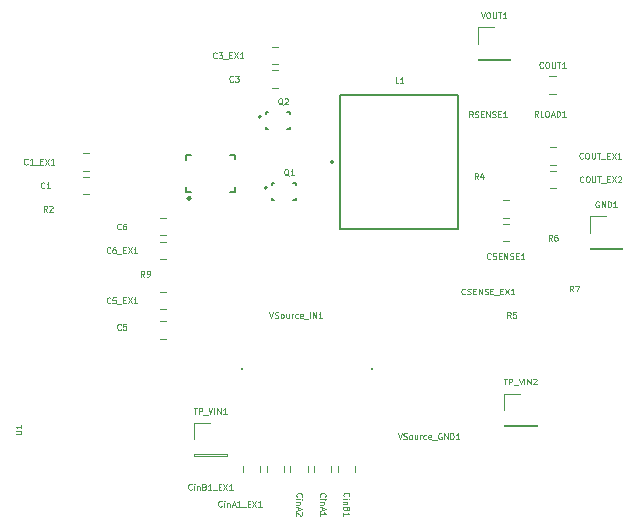
<source format=gbr>
%TF.GenerationSoftware,KiCad,Pcbnew,9.0.1*%
%TF.CreationDate,2025-11-16T17:16:38-08:00*%
%TF.ProjectId,GaN-LTC7800,47614e2d-4c54-4433-9738-30302e6b6963,rev?*%
%TF.SameCoordinates,Original*%
%TF.FileFunction,Legend,Top*%
%TF.FilePolarity,Positive*%
%FSLAX46Y46*%
G04 Gerber Fmt 4.6, Leading zero omitted, Abs format (unit mm)*
G04 Created by KiCad (PCBNEW 9.0.1) date 2025-11-16 17:16:38*
%MOMM*%
%LPD*%
G01*
G04 APERTURE LIST*
%ADD10C,0.062500*%
%ADD11C,0.120000*%
%ADD12C,0.127000*%
%ADD13C,0.300000*%
%ADD14C,0.100000*%
%ADD15C,0.200000*%
G04 APERTURE END LIST*
D10*
X97023810Y-124180440D02*
X97000001Y-124204250D01*
X97000001Y-124204250D02*
X96928572Y-124228059D01*
X96928572Y-124228059D02*
X96880953Y-124228059D01*
X96880953Y-124228059D02*
X96809525Y-124204250D01*
X96809525Y-124204250D02*
X96761906Y-124156630D01*
X96761906Y-124156630D02*
X96738096Y-124109011D01*
X96738096Y-124109011D02*
X96714287Y-124013773D01*
X96714287Y-124013773D02*
X96714287Y-123942345D01*
X96714287Y-123942345D02*
X96738096Y-123847107D01*
X96738096Y-123847107D02*
X96761906Y-123799488D01*
X96761906Y-123799488D02*
X96809525Y-123751869D01*
X96809525Y-123751869D02*
X96880953Y-123728059D01*
X96880953Y-123728059D02*
X96928572Y-123728059D01*
X96928572Y-123728059D02*
X97000001Y-123751869D01*
X97000001Y-123751869D02*
X97023810Y-123775678D01*
X97190477Y-123728059D02*
X97500001Y-123728059D01*
X97500001Y-123728059D02*
X97333334Y-123918535D01*
X97333334Y-123918535D02*
X97404763Y-123918535D01*
X97404763Y-123918535D02*
X97452382Y-123942345D01*
X97452382Y-123942345D02*
X97476191Y-123966154D01*
X97476191Y-123966154D02*
X97500001Y-124013773D01*
X97500001Y-124013773D02*
X97500001Y-124132821D01*
X97500001Y-124132821D02*
X97476191Y-124180440D01*
X97476191Y-124180440D02*
X97452382Y-124204250D01*
X97452382Y-124204250D02*
X97404763Y-124228059D01*
X97404763Y-124228059D02*
X97261906Y-124228059D01*
X97261906Y-124228059D02*
X97214287Y-124204250D01*
X97214287Y-124204250D02*
X97190477Y-124180440D01*
X97595239Y-124275678D02*
X97976191Y-124275678D01*
X98095238Y-123966154D02*
X98261905Y-123966154D01*
X98333333Y-124228059D02*
X98095238Y-124228059D01*
X98095238Y-124228059D02*
X98095238Y-123728059D01*
X98095238Y-123728059D02*
X98333333Y-123728059D01*
X98500000Y-123728059D02*
X98833333Y-124228059D01*
X98833333Y-123728059D02*
X98500000Y-124228059D01*
X99285714Y-124228059D02*
X99000000Y-124228059D01*
X99142857Y-124228059D02*
X99142857Y-123728059D01*
X99142857Y-123728059D02*
X99095238Y-123799488D01*
X99095238Y-123799488D02*
X99047619Y-123847107D01*
X99047619Y-123847107D02*
X99000000Y-123870916D01*
X82454166Y-135180440D02*
X82430357Y-135204250D01*
X82430357Y-135204250D02*
X82358928Y-135228059D01*
X82358928Y-135228059D02*
X82311309Y-135228059D01*
X82311309Y-135228059D02*
X82239881Y-135204250D01*
X82239881Y-135204250D02*
X82192262Y-135156630D01*
X82192262Y-135156630D02*
X82168452Y-135109011D01*
X82168452Y-135109011D02*
X82144643Y-135013773D01*
X82144643Y-135013773D02*
X82144643Y-134942345D01*
X82144643Y-134942345D02*
X82168452Y-134847107D01*
X82168452Y-134847107D02*
X82192262Y-134799488D01*
X82192262Y-134799488D02*
X82239881Y-134751869D01*
X82239881Y-134751869D02*
X82311309Y-134728059D01*
X82311309Y-134728059D02*
X82358928Y-134728059D01*
X82358928Y-134728059D02*
X82430357Y-134751869D01*
X82430357Y-134751869D02*
X82454166Y-134775678D01*
X82930357Y-135228059D02*
X82644643Y-135228059D01*
X82787500Y-135228059D02*
X82787500Y-134728059D01*
X82787500Y-134728059D02*
X82739881Y-134799488D01*
X82739881Y-134799488D02*
X82692262Y-134847107D01*
X82692262Y-134847107D02*
X82644643Y-134870916D01*
X120226190Y-141180440D02*
X120202381Y-141204250D01*
X120202381Y-141204250D02*
X120130952Y-141228059D01*
X120130952Y-141228059D02*
X120083333Y-141228059D01*
X120083333Y-141228059D02*
X120011905Y-141204250D01*
X120011905Y-141204250D02*
X119964286Y-141156630D01*
X119964286Y-141156630D02*
X119940476Y-141109011D01*
X119940476Y-141109011D02*
X119916667Y-141013773D01*
X119916667Y-141013773D02*
X119916667Y-140942345D01*
X119916667Y-140942345D02*
X119940476Y-140847107D01*
X119940476Y-140847107D02*
X119964286Y-140799488D01*
X119964286Y-140799488D02*
X120011905Y-140751869D01*
X120011905Y-140751869D02*
X120083333Y-140728059D01*
X120083333Y-140728059D02*
X120130952Y-140728059D01*
X120130952Y-140728059D02*
X120202381Y-140751869D01*
X120202381Y-140751869D02*
X120226190Y-140775678D01*
X120416667Y-141204250D02*
X120488095Y-141228059D01*
X120488095Y-141228059D02*
X120607143Y-141228059D01*
X120607143Y-141228059D02*
X120654762Y-141204250D01*
X120654762Y-141204250D02*
X120678571Y-141180440D01*
X120678571Y-141180440D02*
X120702381Y-141132821D01*
X120702381Y-141132821D02*
X120702381Y-141085202D01*
X120702381Y-141085202D02*
X120678571Y-141037583D01*
X120678571Y-141037583D02*
X120654762Y-141013773D01*
X120654762Y-141013773D02*
X120607143Y-140989964D01*
X120607143Y-140989964D02*
X120511905Y-140966154D01*
X120511905Y-140966154D02*
X120464286Y-140942345D01*
X120464286Y-140942345D02*
X120440476Y-140918535D01*
X120440476Y-140918535D02*
X120416667Y-140870916D01*
X120416667Y-140870916D02*
X120416667Y-140823297D01*
X120416667Y-140823297D02*
X120440476Y-140775678D01*
X120440476Y-140775678D02*
X120464286Y-140751869D01*
X120464286Y-140751869D02*
X120511905Y-140728059D01*
X120511905Y-140728059D02*
X120630952Y-140728059D01*
X120630952Y-140728059D02*
X120702381Y-140751869D01*
X120916666Y-140966154D02*
X121083333Y-140966154D01*
X121154761Y-141228059D02*
X120916666Y-141228059D01*
X120916666Y-141228059D02*
X120916666Y-140728059D01*
X120916666Y-140728059D02*
X121154761Y-140728059D01*
X121369047Y-141228059D02*
X121369047Y-140728059D01*
X121369047Y-140728059D02*
X121654761Y-141228059D01*
X121654761Y-141228059D02*
X121654761Y-140728059D01*
X121869048Y-141204250D02*
X121940476Y-141228059D01*
X121940476Y-141228059D02*
X122059524Y-141228059D01*
X122059524Y-141228059D02*
X122107143Y-141204250D01*
X122107143Y-141204250D02*
X122130952Y-141180440D01*
X122130952Y-141180440D02*
X122154762Y-141132821D01*
X122154762Y-141132821D02*
X122154762Y-141085202D01*
X122154762Y-141085202D02*
X122130952Y-141037583D01*
X122130952Y-141037583D02*
X122107143Y-141013773D01*
X122107143Y-141013773D02*
X122059524Y-140989964D01*
X122059524Y-140989964D02*
X121964286Y-140966154D01*
X121964286Y-140966154D02*
X121916667Y-140942345D01*
X121916667Y-140942345D02*
X121892857Y-140918535D01*
X121892857Y-140918535D02*
X121869048Y-140870916D01*
X121869048Y-140870916D02*
X121869048Y-140823297D01*
X121869048Y-140823297D02*
X121892857Y-140775678D01*
X121892857Y-140775678D02*
X121916667Y-140751869D01*
X121916667Y-140751869D02*
X121964286Y-140728059D01*
X121964286Y-140728059D02*
X122083333Y-140728059D01*
X122083333Y-140728059D02*
X122154762Y-140751869D01*
X122369047Y-140966154D02*
X122535714Y-140966154D01*
X122607142Y-141228059D02*
X122369047Y-141228059D01*
X122369047Y-141228059D02*
X122369047Y-140728059D01*
X122369047Y-140728059D02*
X122607142Y-140728059D01*
X123083333Y-141228059D02*
X122797619Y-141228059D01*
X122940476Y-141228059D02*
X122940476Y-140728059D01*
X122940476Y-140728059D02*
X122892857Y-140799488D01*
X122892857Y-140799488D02*
X122845238Y-140847107D01*
X122845238Y-140847107D02*
X122797619Y-140870916D01*
X107819559Y-161321428D02*
X107795750Y-161297619D01*
X107795750Y-161297619D02*
X107771940Y-161226190D01*
X107771940Y-161226190D02*
X107771940Y-161178571D01*
X107771940Y-161178571D02*
X107795750Y-161107143D01*
X107795750Y-161107143D02*
X107843369Y-161059524D01*
X107843369Y-161059524D02*
X107890988Y-161035714D01*
X107890988Y-161035714D02*
X107986226Y-161011905D01*
X107986226Y-161011905D02*
X108057654Y-161011905D01*
X108057654Y-161011905D02*
X108152892Y-161035714D01*
X108152892Y-161035714D02*
X108200511Y-161059524D01*
X108200511Y-161059524D02*
X108248130Y-161107143D01*
X108248130Y-161107143D02*
X108271940Y-161178571D01*
X108271940Y-161178571D02*
X108271940Y-161226190D01*
X108271940Y-161226190D02*
X108248130Y-161297619D01*
X108248130Y-161297619D02*
X108224321Y-161321428D01*
X107771940Y-161535714D02*
X108105273Y-161535714D01*
X108271940Y-161535714D02*
X108248130Y-161511905D01*
X108248130Y-161511905D02*
X108224321Y-161535714D01*
X108224321Y-161535714D02*
X108248130Y-161559524D01*
X108248130Y-161559524D02*
X108271940Y-161535714D01*
X108271940Y-161535714D02*
X108224321Y-161535714D01*
X108105273Y-161773809D02*
X107771940Y-161773809D01*
X108057654Y-161773809D02*
X108081464Y-161797619D01*
X108081464Y-161797619D02*
X108105273Y-161845238D01*
X108105273Y-161845238D02*
X108105273Y-161916666D01*
X108105273Y-161916666D02*
X108081464Y-161964285D01*
X108081464Y-161964285D02*
X108033845Y-161988095D01*
X108033845Y-161988095D02*
X107771940Y-161988095D01*
X108033845Y-162392857D02*
X108010035Y-162464285D01*
X108010035Y-162464285D02*
X107986226Y-162488095D01*
X107986226Y-162488095D02*
X107938607Y-162511904D01*
X107938607Y-162511904D02*
X107867178Y-162511904D01*
X107867178Y-162511904D02*
X107819559Y-162488095D01*
X107819559Y-162488095D02*
X107795750Y-162464285D01*
X107795750Y-162464285D02*
X107771940Y-162416666D01*
X107771940Y-162416666D02*
X107771940Y-162226190D01*
X107771940Y-162226190D02*
X108271940Y-162226190D01*
X108271940Y-162226190D02*
X108271940Y-162392857D01*
X108271940Y-162392857D02*
X108248130Y-162440476D01*
X108248130Y-162440476D02*
X108224321Y-162464285D01*
X108224321Y-162464285D02*
X108176702Y-162488095D01*
X108176702Y-162488095D02*
X108129083Y-162488095D01*
X108129083Y-162488095D02*
X108081464Y-162464285D01*
X108081464Y-162464285D02*
X108057654Y-162440476D01*
X108057654Y-162440476D02*
X108033845Y-162392857D01*
X108033845Y-162392857D02*
X108033845Y-162226190D01*
X107771940Y-162988095D02*
X107771940Y-162702381D01*
X107771940Y-162845238D02*
X108271940Y-162845238D01*
X108271940Y-162845238D02*
X108200511Y-162797619D01*
X108200511Y-162797619D02*
X108152892Y-162750000D01*
X108152892Y-162750000D02*
X108129083Y-162702381D01*
X82666666Y-137228059D02*
X82500000Y-136989964D01*
X82380952Y-137228059D02*
X82380952Y-136728059D01*
X82380952Y-136728059D02*
X82571428Y-136728059D01*
X82571428Y-136728059D02*
X82619047Y-136751869D01*
X82619047Y-136751869D02*
X82642857Y-136775678D01*
X82642857Y-136775678D02*
X82666666Y-136823297D01*
X82666666Y-136823297D02*
X82666666Y-136894726D01*
X82666666Y-136894726D02*
X82642857Y-136942345D01*
X82642857Y-136942345D02*
X82619047Y-136966154D01*
X82619047Y-136966154D02*
X82571428Y-136989964D01*
X82571428Y-136989964D02*
X82380952Y-136989964D01*
X82857143Y-136775678D02*
X82880952Y-136751869D01*
X82880952Y-136751869D02*
X82928571Y-136728059D01*
X82928571Y-136728059D02*
X83047619Y-136728059D01*
X83047619Y-136728059D02*
X83095238Y-136751869D01*
X83095238Y-136751869D02*
X83119047Y-136775678D01*
X83119047Y-136775678D02*
X83142857Y-136823297D01*
X83142857Y-136823297D02*
X83142857Y-136870916D01*
X83142857Y-136870916D02*
X83119047Y-136942345D01*
X83119047Y-136942345D02*
X82833333Y-137228059D01*
X82833333Y-137228059D02*
X83142857Y-137228059D01*
X88916666Y-147180440D02*
X88892857Y-147204250D01*
X88892857Y-147204250D02*
X88821428Y-147228059D01*
X88821428Y-147228059D02*
X88773809Y-147228059D01*
X88773809Y-147228059D02*
X88702381Y-147204250D01*
X88702381Y-147204250D02*
X88654762Y-147156630D01*
X88654762Y-147156630D02*
X88630952Y-147109011D01*
X88630952Y-147109011D02*
X88607143Y-147013773D01*
X88607143Y-147013773D02*
X88607143Y-146942345D01*
X88607143Y-146942345D02*
X88630952Y-146847107D01*
X88630952Y-146847107D02*
X88654762Y-146799488D01*
X88654762Y-146799488D02*
X88702381Y-146751869D01*
X88702381Y-146751869D02*
X88773809Y-146728059D01*
X88773809Y-146728059D02*
X88821428Y-146728059D01*
X88821428Y-146728059D02*
X88892857Y-146751869D01*
X88892857Y-146751869D02*
X88916666Y-146775678D01*
X89369047Y-146728059D02*
X89130952Y-146728059D01*
X89130952Y-146728059D02*
X89107143Y-146966154D01*
X89107143Y-146966154D02*
X89130952Y-146942345D01*
X89130952Y-146942345D02*
X89178571Y-146918535D01*
X89178571Y-146918535D02*
X89297619Y-146918535D01*
X89297619Y-146918535D02*
X89345238Y-146942345D01*
X89345238Y-146942345D02*
X89369047Y-146966154D01*
X89369047Y-146966154D02*
X89392857Y-147013773D01*
X89392857Y-147013773D02*
X89392857Y-147132821D01*
X89392857Y-147132821D02*
X89369047Y-147180440D01*
X89369047Y-147180440D02*
X89345238Y-147204250D01*
X89345238Y-147204250D02*
X89297619Y-147228059D01*
X89297619Y-147228059D02*
X89178571Y-147228059D01*
X89178571Y-147228059D02*
X89130952Y-147204250D01*
X89130952Y-147204250D02*
X89107143Y-147180440D01*
X121333334Y-151348059D02*
X121619048Y-151348059D01*
X121476191Y-151848059D02*
X121476191Y-151348059D01*
X121785714Y-151848059D02*
X121785714Y-151348059D01*
X121785714Y-151348059D02*
X121976190Y-151348059D01*
X121976190Y-151348059D02*
X122023809Y-151371869D01*
X122023809Y-151371869D02*
X122047619Y-151395678D01*
X122047619Y-151395678D02*
X122071428Y-151443297D01*
X122071428Y-151443297D02*
X122071428Y-151514726D01*
X122071428Y-151514726D02*
X122047619Y-151562345D01*
X122047619Y-151562345D02*
X122023809Y-151586154D01*
X122023809Y-151586154D02*
X121976190Y-151609964D01*
X121976190Y-151609964D02*
X121785714Y-151609964D01*
X122166667Y-151895678D02*
X122547619Y-151895678D01*
X122595238Y-151348059D02*
X122761904Y-151848059D01*
X122761904Y-151848059D02*
X122928571Y-151348059D01*
X123095237Y-151848059D02*
X123095237Y-151348059D01*
X123333332Y-151848059D02*
X123333332Y-151348059D01*
X123333332Y-151348059D02*
X123619046Y-151848059D01*
X123619046Y-151848059D02*
X123619046Y-151348059D01*
X123833333Y-151395678D02*
X123857142Y-151371869D01*
X123857142Y-151371869D02*
X123904761Y-151348059D01*
X123904761Y-151348059D02*
X124023809Y-151348059D01*
X124023809Y-151348059D02*
X124071428Y-151371869D01*
X124071428Y-151371869D02*
X124095237Y-151395678D01*
X124095237Y-151395678D02*
X124119047Y-151443297D01*
X124119047Y-151443297D02*
X124119047Y-151490916D01*
X124119047Y-151490916D02*
X124095237Y-151562345D01*
X124095237Y-151562345D02*
X123809523Y-151848059D01*
X123809523Y-151848059D02*
X124119047Y-151848059D01*
X98416666Y-126180440D02*
X98392857Y-126204250D01*
X98392857Y-126204250D02*
X98321428Y-126228059D01*
X98321428Y-126228059D02*
X98273809Y-126228059D01*
X98273809Y-126228059D02*
X98202381Y-126204250D01*
X98202381Y-126204250D02*
X98154762Y-126156630D01*
X98154762Y-126156630D02*
X98130952Y-126109011D01*
X98130952Y-126109011D02*
X98107143Y-126013773D01*
X98107143Y-126013773D02*
X98107143Y-125942345D01*
X98107143Y-125942345D02*
X98130952Y-125847107D01*
X98130952Y-125847107D02*
X98154762Y-125799488D01*
X98154762Y-125799488D02*
X98202381Y-125751869D01*
X98202381Y-125751869D02*
X98273809Y-125728059D01*
X98273809Y-125728059D02*
X98321428Y-125728059D01*
X98321428Y-125728059D02*
X98392857Y-125751869D01*
X98392857Y-125751869D02*
X98416666Y-125775678D01*
X98583333Y-125728059D02*
X98892857Y-125728059D01*
X98892857Y-125728059D02*
X98726190Y-125918535D01*
X98726190Y-125918535D02*
X98797619Y-125918535D01*
X98797619Y-125918535D02*
X98845238Y-125942345D01*
X98845238Y-125942345D02*
X98869047Y-125966154D01*
X98869047Y-125966154D02*
X98892857Y-126013773D01*
X98892857Y-126013773D02*
X98892857Y-126132821D01*
X98892857Y-126132821D02*
X98869047Y-126180440D01*
X98869047Y-126180440D02*
X98845238Y-126204250D01*
X98845238Y-126204250D02*
X98797619Y-126228059D01*
X98797619Y-126228059D02*
X98654762Y-126228059D01*
X98654762Y-126228059D02*
X98607143Y-126204250D01*
X98607143Y-126204250D02*
X98583333Y-126180440D01*
X80008419Y-156069762D02*
X80413181Y-156069762D01*
X80413181Y-156069762D02*
X80460800Y-156045952D01*
X80460800Y-156045952D02*
X80484610Y-156022143D01*
X80484610Y-156022143D02*
X80508419Y-155974524D01*
X80508419Y-155974524D02*
X80508419Y-155879286D01*
X80508419Y-155879286D02*
X80484610Y-155831667D01*
X80484610Y-155831667D02*
X80460800Y-155807857D01*
X80460800Y-155807857D02*
X80413181Y-155784048D01*
X80413181Y-155784048D02*
X80008419Y-155784048D01*
X80508419Y-155284047D02*
X80508419Y-155569761D01*
X80508419Y-155426904D02*
X80008419Y-155426904D01*
X80008419Y-155426904D02*
X80079848Y-155474523D01*
X80079848Y-155474523D02*
X80127467Y-155522142D01*
X80127467Y-155522142D02*
X80151276Y-155569761D01*
X95083334Y-153848059D02*
X95369048Y-153848059D01*
X95226191Y-154348059D02*
X95226191Y-153848059D01*
X95535714Y-154348059D02*
X95535714Y-153848059D01*
X95535714Y-153848059D02*
X95726190Y-153848059D01*
X95726190Y-153848059D02*
X95773809Y-153871869D01*
X95773809Y-153871869D02*
X95797619Y-153895678D01*
X95797619Y-153895678D02*
X95821428Y-153943297D01*
X95821428Y-153943297D02*
X95821428Y-154014726D01*
X95821428Y-154014726D02*
X95797619Y-154062345D01*
X95797619Y-154062345D02*
X95773809Y-154086154D01*
X95773809Y-154086154D02*
X95726190Y-154109964D01*
X95726190Y-154109964D02*
X95535714Y-154109964D01*
X95916667Y-154395678D02*
X96297619Y-154395678D01*
X96345238Y-153848059D02*
X96511904Y-154348059D01*
X96511904Y-154348059D02*
X96678571Y-153848059D01*
X96845237Y-154348059D02*
X96845237Y-153848059D01*
X97083332Y-154348059D02*
X97083332Y-153848059D01*
X97083332Y-153848059D02*
X97369046Y-154348059D01*
X97369046Y-154348059D02*
X97369046Y-153848059D01*
X97869047Y-154348059D02*
X97583333Y-154348059D01*
X97726190Y-154348059D02*
X97726190Y-153848059D01*
X97726190Y-153848059D02*
X97678571Y-153919488D01*
X97678571Y-153919488D02*
X97630952Y-153967107D01*
X97630952Y-153967107D02*
X97583333Y-153990916D01*
X118071429Y-144180440D02*
X118047620Y-144204250D01*
X118047620Y-144204250D02*
X117976191Y-144228059D01*
X117976191Y-144228059D02*
X117928572Y-144228059D01*
X117928572Y-144228059D02*
X117857144Y-144204250D01*
X117857144Y-144204250D02*
X117809525Y-144156630D01*
X117809525Y-144156630D02*
X117785715Y-144109011D01*
X117785715Y-144109011D02*
X117761906Y-144013773D01*
X117761906Y-144013773D02*
X117761906Y-143942345D01*
X117761906Y-143942345D02*
X117785715Y-143847107D01*
X117785715Y-143847107D02*
X117809525Y-143799488D01*
X117809525Y-143799488D02*
X117857144Y-143751869D01*
X117857144Y-143751869D02*
X117928572Y-143728059D01*
X117928572Y-143728059D02*
X117976191Y-143728059D01*
X117976191Y-143728059D02*
X118047620Y-143751869D01*
X118047620Y-143751869D02*
X118071429Y-143775678D01*
X118261906Y-144204250D02*
X118333334Y-144228059D01*
X118333334Y-144228059D02*
X118452382Y-144228059D01*
X118452382Y-144228059D02*
X118500001Y-144204250D01*
X118500001Y-144204250D02*
X118523810Y-144180440D01*
X118523810Y-144180440D02*
X118547620Y-144132821D01*
X118547620Y-144132821D02*
X118547620Y-144085202D01*
X118547620Y-144085202D02*
X118523810Y-144037583D01*
X118523810Y-144037583D02*
X118500001Y-144013773D01*
X118500001Y-144013773D02*
X118452382Y-143989964D01*
X118452382Y-143989964D02*
X118357144Y-143966154D01*
X118357144Y-143966154D02*
X118309525Y-143942345D01*
X118309525Y-143942345D02*
X118285715Y-143918535D01*
X118285715Y-143918535D02*
X118261906Y-143870916D01*
X118261906Y-143870916D02*
X118261906Y-143823297D01*
X118261906Y-143823297D02*
X118285715Y-143775678D01*
X118285715Y-143775678D02*
X118309525Y-143751869D01*
X118309525Y-143751869D02*
X118357144Y-143728059D01*
X118357144Y-143728059D02*
X118476191Y-143728059D01*
X118476191Y-143728059D02*
X118547620Y-143751869D01*
X118761905Y-143966154D02*
X118928572Y-143966154D01*
X119000000Y-144228059D02*
X118761905Y-144228059D01*
X118761905Y-144228059D02*
X118761905Y-143728059D01*
X118761905Y-143728059D02*
X119000000Y-143728059D01*
X119214286Y-144228059D02*
X119214286Y-143728059D01*
X119214286Y-143728059D02*
X119500000Y-144228059D01*
X119500000Y-144228059D02*
X119500000Y-143728059D01*
X119714287Y-144204250D02*
X119785715Y-144228059D01*
X119785715Y-144228059D02*
X119904763Y-144228059D01*
X119904763Y-144228059D02*
X119952382Y-144204250D01*
X119952382Y-144204250D02*
X119976191Y-144180440D01*
X119976191Y-144180440D02*
X120000001Y-144132821D01*
X120000001Y-144132821D02*
X120000001Y-144085202D01*
X120000001Y-144085202D02*
X119976191Y-144037583D01*
X119976191Y-144037583D02*
X119952382Y-144013773D01*
X119952382Y-144013773D02*
X119904763Y-143989964D01*
X119904763Y-143989964D02*
X119809525Y-143966154D01*
X119809525Y-143966154D02*
X119761906Y-143942345D01*
X119761906Y-143942345D02*
X119738096Y-143918535D01*
X119738096Y-143918535D02*
X119714287Y-143870916D01*
X119714287Y-143870916D02*
X119714287Y-143823297D01*
X119714287Y-143823297D02*
X119738096Y-143775678D01*
X119738096Y-143775678D02*
X119761906Y-143751869D01*
X119761906Y-143751869D02*
X119809525Y-143728059D01*
X119809525Y-143728059D02*
X119928572Y-143728059D01*
X119928572Y-143728059D02*
X120000001Y-143751869D01*
X120214286Y-143966154D02*
X120380953Y-143966154D01*
X120452381Y-144228059D02*
X120214286Y-144228059D01*
X120214286Y-144228059D02*
X120214286Y-143728059D01*
X120214286Y-143728059D02*
X120452381Y-143728059D01*
X120547620Y-144275678D02*
X120928572Y-144275678D01*
X121047619Y-143966154D02*
X121214286Y-143966154D01*
X121285714Y-144228059D02*
X121047619Y-144228059D01*
X121047619Y-144228059D02*
X121047619Y-143728059D01*
X121047619Y-143728059D02*
X121285714Y-143728059D01*
X121452381Y-143728059D02*
X121785714Y-144228059D01*
X121785714Y-143728059D02*
X121452381Y-144228059D01*
X122238095Y-144228059D02*
X121952381Y-144228059D01*
X122095238Y-144228059D02*
X122095238Y-143728059D01*
X122095238Y-143728059D02*
X122047619Y-143799488D01*
X122047619Y-143799488D02*
X122000000Y-143847107D01*
X122000000Y-143847107D02*
X121952381Y-143870916D01*
X128085119Y-134680440D02*
X128061310Y-134704250D01*
X128061310Y-134704250D02*
X127989881Y-134728059D01*
X127989881Y-134728059D02*
X127942262Y-134728059D01*
X127942262Y-134728059D02*
X127870834Y-134704250D01*
X127870834Y-134704250D02*
X127823215Y-134656630D01*
X127823215Y-134656630D02*
X127799405Y-134609011D01*
X127799405Y-134609011D02*
X127775596Y-134513773D01*
X127775596Y-134513773D02*
X127775596Y-134442345D01*
X127775596Y-134442345D02*
X127799405Y-134347107D01*
X127799405Y-134347107D02*
X127823215Y-134299488D01*
X127823215Y-134299488D02*
X127870834Y-134251869D01*
X127870834Y-134251869D02*
X127942262Y-134228059D01*
X127942262Y-134228059D02*
X127989881Y-134228059D01*
X127989881Y-134228059D02*
X128061310Y-134251869D01*
X128061310Y-134251869D02*
X128085119Y-134275678D01*
X128394643Y-134228059D02*
X128489881Y-134228059D01*
X128489881Y-134228059D02*
X128537500Y-134251869D01*
X128537500Y-134251869D02*
X128585119Y-134299488D01*
X128585119Y-134299488D02*
X128608929Y-134394726D01*
X128608929Y-134394726D02*
X128608929Y-134561392D01*
X128608929Y-134561392D02*
X128585119Y-134656630D01*
X128585119Y-134656630D02*
X128537500Y-134704250D01*
X128537500Y-134704250D02*
X128489881Y-134728059D01*
X128489881Y-134728059D02*
X128394643Y-134728059D01*
X128394643Y-134728059D02*
X128347024Y-134704250D01*
X128347024Y-134704250D02*
X128299405Y-134656630D01*
X128299405Y-134656630D02*
X128275596Y-134561392D01*
X128275596Y-134561392D02*
X128275596Y-134394726D01*
X128275596Y-134394726D02*
X128299405Y-134299488D01*
X128299405Y-134299488D02*
X128347024Y-134251869D01*
X128347024Y-134251869D02*
X128394643Y-134228059D01*
X128823215Y-134228059D02*
X128823215Y-134632821D01*
X128823215Y-134632821D02*
X128847025Y-134680440D01*
X128847025Y-134680440D02*
X128870834Y-134704250D01*
X128870834Y-134704250D02*
X128918453Y-134728059D01*
X128918453Y-134728059D02*
X129013691Y-134728059D01*
X129013691Y-134728059D02*
X129061310Y-134704250D01*
X129061310Y-134704250D02*
X129085120Y-134680440D01*
X129085120Y-134680440D02*
X129108929Y-134632821D01*
X129108929Y-134632821D02*
X129108929Y-134228059D01*
X129275597Y-134228059D02*
X129561311Y-134228059D01*
X129418454Y-134728059D02*
X129418454Y-134228059D01*
X129608930Y-134775678D02*
X129989882Y-134775678D01*
X130108929Y-134466154D02*
X130275596Y-134466154D01*
X130347024Y-134728059D02*
X130108929Y-134728059D01*
X130108929Y-134728059D02*
X130108929Y-134228059D01*
X130108929Y-134228059D02*
X130347024Y-134228059D01*
X130513691Y-134228059D02*
X130847024Y-134728059D01*
X130847024Y-134228059D02*
X130513691Y-134728059D01*
X131013691Y-134275678D02*
X131037500Y-134251869D01*
X131037500Y-134251869D02*
X131085119Y-134228059D01*
X131085119Y-134228059D02*
X131204167Y-134228059D01*
X131204167Y-134228059D02*
X131251786Y-134251869D01*
X131251786Y-134251869D02*
X131275595Y-134275678D01*
X131275595Y-134275678D02*
X131299405Y-134323297D01*
X131299405Y-134323297D02*
X131299405Y-134370916D01*
X131299405Y-134370916D02*
X131275595Y-134442345D01*
X131275595Y-134442345D02*
X130989881Y-134728059D01*
X130989881Y-134728059D02*
X131299405Y-134728059D01*
X101500001Y-145728059D02*
X101666667Y-146228059D01*
X101666667Y-146228059D02*
X101833334Y-145728059D01*
X101976191Y-146204250D02*
X102047619Y-146228059D01*
X102047619Y-146228059D02*
X102166667Y-146228059D01*
X102166667Y-146228059D02*
X102214286Y-146204250D01*
X102214286Y-146204250D02*
X102238095Y-146180440D01*
X102238095Y-146180440D02*
X102261905Y-146132821D01*
X102261905Y-146132821D02*
X102261905Y-146085202D01*
X102261905Y-146085202D02*
X102238095Y-146037583D01*
X102238095Y-146037583D02*
X102214286Y-146013773D01*
X102214286Y-146013773D02*
X102166667Y-145989964D01*
X102166667Y-145989964D02*
X102071429Y-145966154D01*
X102071429Y-145966154D02*
X102023810Y-145942345D01*
X102023810Y-145942345D02*
X102000000Y-145918535D01*
X102000000Y-145918535D02*
X101976191Y-145870916D01*
X101976191Y-145870916D02*
X101976191Y-145823297D01*
X101976191Y-145823297D02*
X102000000Y-145775678D01*
X102000000Y-145775678D02*
X102023810Y-145751869D01*
X102023810Y-145751869D02*
X102071429Y-145728059D01*
X102071429Y-145728059D02*
X102190476Y-145728059D01*
X102190476Y-145728059D02*
X102261905Y-145751869D01*
X102547619Y-146228059D02*
X102500000Y-146204250D01*
X102500000Y-146204250D02*
X102476190Y-146180440D01*
X102476190Y-146180440D02*
X102452381Y-146132821D01*
X102452381Y-146132821D02*
X102452381Y-145989964D01*
X102452381Y-145989964D02*
X102476190Y-145942345D01*
X102476190Y-145942345D02*
X102500000Y-145918535D01*
X102500000Y-145918535D02*
X102547619Y-145894726D01*
X102547619Y-145894726D02*
X102619047Y-145894726D01*
X102619047Y-145894726D02*
X102666666Y-145918535D01*
X102666666Y-145918535D02*
X102690476Y-145942345D01*
X102690476Y-145942345D02*
X102714285Y-145989964D01*
X102714285Y-145989964D02*
X102714285Y-146132821D01*
X102714285Y-146132821D02*
X102690476Y-146180440D01*
X102690476Y-146180440D02*
X102666666Y-146204250D01*
X102666666Y-146204250D02*
X102619047Y-146228059D01*
X102619047Y-146228059D02*
X102547619Y-146228059D01*
X103142857Y-145894726D02*
X103142857Y-146228059D01*
X102928571Y-145894726D02*
X102928571Y-146156630D01*
X102928571Y-146156630D02*
X102952381Y-146204250D01*
X102952381Y-146204250D02*
X103000000Y-146228059D01*
X103000000Y-146228059D02*
X103071428Y-146228059D01*
X103071428Y-146228059D02*
X103119047Y-146204250D01*
X103119047Y-146204250D02*
X103142857Y-146180440D01*
X103380952Y-146228059D02*
X103380952Y-145894726D01*
X103380952Y-145989964D02*
X103404762Y-145942345D01*
X103404762Y-145942345D02*
X103428571Y-145918535D01*
X103428571Y-145918535D02*
X103476190Y-145894726D01*
X103476190Y-145894726D02*
X103523809Y-145894726D01*
X103904762Y-146204250D02*
X103857143Y-146228059D01*
X103857143Y-146228059D02*
X103761905Y-146228059D01*
X103761905Y-146228059D02*
X103714286Y-146204250D01*
X103714286Y-146204250D02*
X103690476Y-146180440D01*
X103690476Y-146180440D02*
X103666667Y-146132821D01*
X103666667Y-146132821D02*
X103666667Y-145989964D01*
X103666667Y-145989964D02*
X103690476Y-145942345D01*
X103690476Y-145942345D02*
X103714286Y-145918535D01*
X103714286Y-145918535D02*
X103761905Y-145894726D01*
X103761905Y-145894726D02*
X103857143Y-145894726D01*
X103857143Y-145894726D02*
X103904762Y-145918535D01*
X104309523Y-146204250D02*
X104261904Y-146228059D01*
X104261904Y-146228059D02*
X104166666Y-146228059D01*
X104166666Y-146228059D02*
X104119047Y-146204250D01*
X104119047Y-146204250D02*
X104095238Y-146156630D01*
X104095238Y-146156630D02*
X104095238Y-145966154D01*
X104095238Y-145966154D02*
X104119047Y-145918535D01*
X104119047Y-145918535D02*
X104166666Y-145894726D01*
X104166666Y-145894726D02*
X104261904Y-145894726D01*
X104261904Y-145894726D02*
X104309523Y-145918535D01*
X104309523Y-145918535D02*
X104333333Y-145966154D01*
X104333333Y-145966154D02*
X104333333Y-146013773D01*
X104333333Y-146013773D02*
X104095238Y-146061392D01*
X104428571Y-146275678D02*
X104809523Y-146275678D01*
X104928570Y-146228059D02*
X104928570Y-145728059D01*
X105166665Y-146228059D02*
X105166665Y-145728059D01*
X105166665Y-145728059D02*
X105452379Y-146228059D01*
X105452379Y-146228059D02*
X105452379Y-145728059D01*
X105952380Y-146228059D02*
X105666666Y-146228059D01*
X105809523Y-146228059D02*
X105809523Y-145728059D01*
X105809523Y-145728059D02*
X105761904Y-145799488D01*
X105761904Y-145799488D02*
X105714285Y-145847107D01*
X105714285Y-145847107D02*
X105666666Y-145870916D01*
X128047619Y-132680440D02*
X128023810Y-132704250D01*
X128023810Y-132704250D02*
X127952381Y-132728059D01*
X127952381Y-132728059D02*
X127904762Y-132728059D01*
X127904762Y-132728059D02*
X127833334Y-132704250D01*
X127833334Y-132704250D02*
X127785715Y-132656630D01*
X127785715Y-132656630D02*
X127761905Y-132609011D01*
X127761905Y-132609011D02*
X127738096Y-132513773D01*
X127738096Y-132513773D02*
X127738096Y-132442345D01*
X127738096Y-132442345D02*
X127761905Y-132347107D01*
X127761905Y-132347107D02*
X127785715Y-132299488D01*
X127785715Y-132299488D02*
X127833334Y-132251869D01*
X127833334Y-132251869D02*
X127904762Y-132228059D01*
X127904762Y-132228059D02*
X127952381Y-132228059D01*
X127952381Y-132228059D02*
X128023810Y-132251869D01*
X128023810Y-132251869D02*
X128047619Y-132275678D01*
X128357143Y-132228059D02*
X128452381Y-132228059D01*
X128452381Y-132228059D02*
X128500000Y-132251869D01*
X128500000Y-132251869D02*
X128547619Y-132299488D01*
X128547619Y-132299488D02*
X128571429Y-132394726D01*
X128571429Y-132394726D02*
X128571429Y-132561392D01*
X128571429Y-132561392D02*
X128547619Y-132656630D01*
X128547619Y-132656630D02*
X128500000Y-132704250D01*
X128500000Y-132704250D02*
X128452381Y-132728059D01*
X128452381Y-132728059D02*
X128357143Y-132728059D01*
X128357143Y-132728059D02*
X128309524Y-132704250D01*
X128309524Y-132704250D02*
X128261905Y-132656630D01*
X128261905Y-132656630D02*
X128238096Y-132561392D01*
X128238096Y-132561392D02*
X128238096Y-132394726D01*
X128238096Y-132394726D02*
X128261905Y-132299488D01*
X128261905Y-132299488D02*
X128309524Y-132251869D01*
X128309524Y-132251869D02*
X128357143Y-132228059D01*
X128785715Y-132228059D02*
X128785715Y-132632821D01*
X128785715Y-132632821D02*
X128809525Y-132680440D01*
X128809525Y-132680440D02*
X128833334Y-132704250D01*
X128833334Y-132704250D02*
X128880953Y-132728059D01*
X128880953Y-132728059D02*
X128976191Y-132728059D01*
X128976191Y-132728059D02*
X129023810Y-132704250D01*
X129023810Y-132704250D02*
X129047620Y-132680440D01*
X129047620Y-132680440D02*
X129071429Y-132632821D01*
X129071429Y-132632821D02*
X129071429Y-132228059D01*
X129238097Y-132228059D02*
X129523811Y-132228059D01*
X129380954Y-132728059D02*
X129380954Y-132228059D01*
X129571430Y-132775678D02*
X129952382Y-132775678D01*
X130071429Y-132466154D02*
X130238096Y-132466154D01*
X130309524Y-132728059D02*
X130071429Y-132728059D01*
X130071429Y-132728059D02*
X130071429Y-132228059D01*
X130071429Y-132228059D02*
X130309524Y-132228059D01*
X130476191Y-132228059D02*
X130809524Y-132728059D01*
X130809524Y-132228059D02*
X130476191Y-132728059D01*
X131261905Y-132728059D02*
X130976191Y-132728059D01*
X131119048Y-132728059D02*
X131119048Y-132228059D01*
X131119048Y-132228059D02*
X131071429Y-132299488D01*
X131071429Y-132299488D02*
X131023810Y-132347107D01*
X131023810Y-132347107D02*
X130976191Y-132370916D01*
X81023810Y-133180440D02*
X81000001Y-133204250D01*
X81000001Y-133204250D02*
X80928572Y-133228059D01*
X80928572Y-133228059D02*
X80880953Y-133228059D01*
X80880953Y-133228059D02*
X80809525Y-133204250D01*
X80809525Y-133204250D02*
X80761906Y-133156630D01*
X80761906Y-133156630D02*
X80738096Y-133109011D01*
X80738096Y-133109011D02*
X80714287Y-133013773D01*
X80714287Y-133013773D02*
X80714287Y-132942345D01*
X80714287Y-132942345D02*
X80738096Y-132847107D01*
X80738096Y-132847107D02*
X80761906Y-132799488D01*
X80761906Y-132799488D02*
X80809525Y-132751869D01*
X80809525Y-132751869D02*
X80880953Y-132728059D01*
X80880953Y-132728059D02*
X80928572Y-132728059D01*
X80928572Y-132728059D02*
X81000001Y-132751869D01*
X81000001Y-132751869D02*
X81023810Y-132775678D01*
X81500001Y-133228059D02*
X81214287Y-133228059D01*
X81357144Y-133228059D02*
X81357144Y-132728059D01*
X81357144Y-132728059D02*
X81309525Y-132799488D01*
X81309525Y-132799488D02*
X81261906Y-132847107D01*
X81261906Y-132847107D02*
X81214287Y-132870916D01*
X81595239Y-133275678D02*
X81976191Y-133275678D01*
X82095238Y-132966154D02*
X82261905Y-132966154D01*
X82333333Y-133228059D02*
X82095238Y-133228059D01*
X82095238Y-133228059D02*
X82095238Y-132728059D01*
X82095238Y-132728059D02*
X82333333Y-132728059D01*
X82500000Y-132728059D02*
X82833333Y-133228059D01*
X82833333Y-132728059D02*
X82500000Y-133228059D01*
X83285714Y-133228059D02*
X83000000Y-133228059D01*
X83142857Y-133228059D02*
X83142857Y-132728059D01*
X83142857Y-132728059D02*
X83095238Y-132799488D01*
X83095238Y-132799488D02*
X83047619Y-132847107D01*
X83047619Y-132847107D02*
X83000000Y-132870916D01*
X118726190Y-129228059D02*
X118559524Y-128989964D01*
X118440476Y-129228059D02*
X118440476Y-128728059D01*
X118440476Y-128728059D02*
X118630952Y-128728059D01*
X118630952Y-128728059D02*
X118678571Y-128751869D01*
X118678571Y-128751869D02*
X118702381Y-128775678D01*
X118702381Y-128775678D02*
X118726190Y-128823297D01*
X118726190Y-128823297D02*
X118726190Y-128894726D01*
X118726190Y-128894726D02*
X118702381Y-128942345D01*
X118702381Y-128942345D02*
X118678571Y-128966154D01*
X118678571Y-128966154D02*
X118630952Y-128989964D01*
X118630952Y-128989964D02*
X118440476Y-128989964D01*
X118916667Y-129204250D02*
X118988095Y-129228059D01*
X118988095Y-129228059D02*
X119107143Y-129228059D01*
X119107143Y-129228059D02*
X119154762Y-129204250D01*
X119154762Y-129204250D02*
X119178571Y-129180440D01*
X119178571Y-129180440D02*
X119202381Y-129132821D01*
X119202381Y-129132821D02*
X119202381Y-129085202D01*
X119202381Y-129085202D02*
X119178571Y-129037583D01*
X119178571Y-129037583D02*
X119154762Y-129013773D01*
X119154762Y-129013773D02*
X119107143Y-128989964D01*
X119107143Y-128989964D02*
X119011905Y-128966154D01*
X119011905Y-128966154D02*
X118964286Y-128942345D01*
X118964286Y-128942345D02*
X118940476Y-128918535D01*
X118940476Y-128918535D02*
X118916667Y-128870916D01*
X118916667Y-128870916D02*
X118916667Y-128823297D01*
X118916667Y-128823297D02*
X118940476Y-128775678D01*
X118940476Y-128775678D02*
X118964286Y-128751869D01*
X118964286Y-128751869D02*
X119011905Y-128728059D01*
X119011905Y-128728059D02*
X119130952Y-128728059D01*
X119130952Y-128728059D02*
X119202381Y-128751869D01*
X119416666Y-128966154D02*
X119583333Y-128966154D01*
X119654761Y-129228059D02*
X119416666Y-129228059D01*
X119416666Y-129228059D02*
X119416666Y-128728059D01*
X119416666Y-128728059D02*
X119654761Y-128728059D01*
X119869047Y-129228059D02*
X119869047Y-128728059D01*
X119869047Y-128728059D02*
X120154761Y-129228059D01*
X120154761Y-129228059D02*
X120154761Y-128728059D01*
X120369048Y-129204250D02*
X120440476Y-129228059D01*
X120440476Y-129228059D02*
X120559524Y-129228059D01*
X120559524Y-129228059D02*
X120607143Y-129204250D01*
X120607143Y-129204250D02*
X120630952Y-129180440D01*
X120630952Y-129180440D02*
X120654762Y-129132821D01*
X120654762Y-129132821D02*
X120654762Y-129085202D01*
X120654762Y-129085202D02*
X120630952Y-129037583D01*
X120630952Y-129037583D02*
X120607143Y-129013773D01*
X120607143Y-129013773D02*
X120559524Y-128989964D01*
X120559524Y-128989964D02*
X120464286Y-128966154D01*
X120464286Y-128966154D02*
X120416667Y-128942345D01*
X120416667Y-128942345D02*
X120392857Y-128918535D01*
X120392857Y-128918535D02*
X120369048Y-128870916D01*
X120369048Y-128870916D02*
X120369048Y-128823297D01*
X120369048Y-128823297D02*
X120392857Y-128775678D01*
X120392857Y-128775678D02*
X120416667Y-128751869D01*
X120416667Y-128751869D02*
X120464286Y-128728059D01*
X120464286Y-128728059D02*
X120583333Y-128728059D01*
X120583333Y-128728059D02*
X120654762Y-128751869D01*
X120869047Y-128966154D02*
X121035714Y-128966154D01*
X121107142Y-129228059D02*
X120869047Y-129228059D01*
X120869047Y-129228059D02*
X120869047Y-128728059D01*
X120869047Y-128728059D02*
X121107142Y-128728059D01*
X121583333Y-129228059D02*
X121297619Y-129228059D01*
X121440476Y-129228059D02*
X121440476Y-128728059D01*
X121440476Y-128728059D02*
X121392857Y-128799488D01*
X121392857Y-128799488D02*
X121345238Y-128847107D01*
X121345238Y-128847107D02*
X121297619Y-128870916D01*
X103819559Y-161357143D02*
X103795750Y-161333334D01*
X103795750Y-161333334D02*
X103771940Y-161261905D01*
X103771940Y-161261905D02*
X103771940Y-161214286D01*
X103771940Y-161214286D02*
X103795750Y-161142858D01*
X103795750Y-161142858D02*
X103843369Y-161095239D01*
X103843369Y-161095239D02*
X103890988Y-161071429D01*
X103890988Y-161071429D02*
X103986226Y-161047620D01*
X103986226Y-161047620D02*
X104057654Y-161047620D01*
X104057654Y-161047620D02*
X104152892Y-161071429D01*
X104152892Y-161071429D02*
X104200511Y-161095239D01*
X104200511Y-161095239D02*
X104248130Y-161142858D01*
X104248130Y-161142858D02*
X104271940Y-161214286D01*
X104271940Y-161214286D02*
X104271940Y-161261905D01*
X104271940Y-161261905D02*
X104248130Y-161333334D01*
X104248130Y-161333334D02*
X104224321Y-161357143D01*
X103771940Y-161571429D02*
X104105273Y-161571429D01*
X104271940Y-161571429D02*
X104248130Y-161547620D01*
X104248130Y-161547620D02*
X104224321Y-161571429D01*
X104224321Y-161571429D02*
X104248130Y-161595239D01*
X104248130Y-161595239D02*
X104271940Y-161571429D01*
X104271940Y-161571429D02*
X104224321Y-161571429D01*
X104105273Y-161809524D02*
X103771940Y-161809524D01*
X104057654Y-161809524D02*
X104081464Y-161833334D01*
X104081464Y-161833334D02*
X104105273Y-161880953D01*
X104105273Y-161880953D02*
X104105273Y-161952381D01*
X104105273Y-161952381D02*
X104081464Y-162000000D01*
X104081464Y-162000000D02*
X104033845Y-162023810D01*
X104033845Y-162023810D02*
X103771940Y-162023810D01*
X103914797Y-162238096D02*
X103914797Y-162476191D01*
X103771940Y-162190477D02*
X104271940Y-162357143D01*
X104271940Y-162357143D02*
X103771940Y-162523810D01*
X104224321Y-162666667D02*
X104248130Y-162690476D01*
X104248130Y-162690476D02*
X104271940Y-162738095D01*
X104271940Y-162738095D02*
X104271940Y-162857143D01*
X104271940Y-162857143D02*
X104248130Y-162904762D01*
X104248130Y-162904762D02*
X104224321Y-162928571D01*
X104224321Y-162928571D02*
X104176702Y-162952381D01*
X104176702Y-162952381D02*
X104129083Y-162952381D01*
X104129083Y-162952381D02*
X104057654Y-162928571D01*
X104057654Y-162928571D02*
X103771940Y-162642857D01*
X103771940Y-162642857D02*
X103771940Y-162952381D01*
X125416666Y-139678059D02*
X125250000Y-139439964D01*
X125130952Y-139678059D02*
X125130952Y-139178059D01*
X125130952Y-139178059D02*
X125321428Y-139178059D01*
X125321428Y-139178059D02*
X125369047Y-139201869D01*
X125369047Y-139201869D02*
X125392857Y-139225678D01*
X125392857Y-139225678D02*
X125416666Y-139273297D01*
X125416666Y-139273297D02*
X125416666Y-139344726D01*
X125416666Y-139344726D02*
X125392857Y-139392345D01*
X125392857Y-139392345D02*
X125369047Y-139416154D01*
X125369047Y-139416154D02*
X125321428Y-139439964D01*
X125321428Y-139439964D02*
X125130952Y-139439964D01*
X125845238Y-139178059D02*
X125750000Y-139178059D01*
X125750000Y-139178059D02*
X125702381Y-139201869D01*
X125702381Y-139201869D02*
X125678571Y-139225678D01*
X125678571Y-139225678D02*
X125630952Y-139297107D01*
X125630952Y-139297107D02*
X125607143Y-139392345D01*
X125607143Y-139392345D02*
X125607143Y-139582821D01*
X125607143Y-139582821D02*
X125630952Y-139630440D01*
X125630952Y-139630440D02*
X125654762Y-139654250D01*
X125654762Y-139654250D02*
X125702381Y-139678059D01*
X125702381Y-139678059D02*
X125797619Y-139678059D01*
X125797619Y-139678059D02*
X125845238Y-139654250D01*
X125845238Y-139654250D02*
X125869047Y-139630440D01*
X125869047Y-139630440D02*
X125892857Y-139582821D01*
X125892857Y-139582821D02*
X125892857Y-139463773D01*
X125892857Y-139463773D02*
X125869047Y-139416154D01*
X125869047Y-139416154D02*
X125845238Y-139392345D01*
X125845238Y-139392345D02*
X125797619Y-139368535D01*
X125797619Y-139368535D02*
X125702381Y-139368535D01*
X125702381Y-139368535D02*
X125654762Y-139392345D01*
X125654762Y-139392345D02*
X125630952Y-139416154D01*
X125630952Y-139416154D02*
X125607143Y-139463773D01*
X94928572Y-160717940D02*
X94904763Y-160741750D01*
X94904763Y-160741750D02*
X94833334Y-160765559D01*
X94833334Y-160765559D02*
X94785715Y-160765559D01*
X94785715Y-160765559D02*
X94714287Y-160741750D01*
X94714287Y-160741750D02*
X94666668Y-160694130D01*
X94666668Y-160694130D02*
X94642858Y-160646511D01*
X94642858Y-160646511D02*
X94619049Y-160551273D01*
X94619049Y-160551273D02*
X94619049Y-160479845D01*
X94619049Y-160479845D02*
X94642858Y-160384607D01*
X94642858Y-160384607D02*
X94666668Y-160336988D01*
X94666668Y-160336988D02*
X94714287Y-160289369D01*
X94714287Y-160289369D02*
X94785715Y-160265559D01*
X94785715Y-160265559D02*
X94833334Y-160265559D01*
X94833334Y-160265559D02*
X94904763Y-160289369D01*
X94904763Y-160289369D02*
X94928572Y-160313178D01*
X95142858Y-160765559D02*
X95142858Y-160432226D01*
X95142858Y-160265559D02*
X95119049Y-160289369D01*
X95119049Y-160289369D02*
X95142858Y-160313178D01*
X95142858Y-160313178D02*
X95166668Y-160289369D01*
X95166668Y-160289369D02*
X95142858Y-160265559D01*
X95142858Y-160265559D02*
X95142858Y-160313178D01*
X95380953Y-160432226D02*
X95380953Y-160765559D01*
X95380953Y-160479845D02*
X95404763Y-160456035D01*
X95404763Y-160456035D02*
X95452382Y-160432226D01*
X95452382Y-160432226D02*
X95523810Y-160432226D01*
X95523810Y-160432226D02*
X95571429Y-160456035D01*
X95571429Y-160456035D02*
X95595239Y-160503654D01*
X95595239Y-160503654D02*
X95595239Y-160765559D01*
X96000001Y-160503654D02*
X96071429Y-160527464D01*
X96071429Y-160527464D02*
X96095239Y-160551273D01*
X96095239Y-160551273D02*
X96119048Y-160598892D01*
X96119048Y-160598892D02*
X96119048Y-160670321D01*
X96119048Y-160670321D02*
X96095239Y-160717940D01*
X96095239Y-160717940D02*
X96071429Y-160741750D01*
X96071429Y-160741750D02*
X96023810Y-160765559D01*
X96023810Y-160765559D02*
X95833334Y-160765559D01*
X95833334Y-160765559D02*
X95833334Y-160265559D01*
X95833334Y-160265559D02*
X96000001Y-160265559D01*
X96000001Y-160265559D02*
X96047620Y-160289369D01*
X96047620Y-160289369D02*
X96071429Y-160313178D01*
X96071429Y-160313178D02*
X96095239Y-160360797D01*
X96095239Y-160360797D02*
X96095239Y-160408416D01*
X96095239Y-160408416D02*
X96071429Y-160456035D01*
X96071429Y-160456035D02*
X96047620Y-160479845D01*
X96047620Y-160479845D02*
X96000001Y-160503654D01*
X96000001Y-160503654D02*
X95833334Y-160503654D01*
X96595239Y-160765559D02*
X96309525Y-160765559D01*
X96452382Y-160765559D02*
X96452382Y-160265559D01*
X96452382Y-160265559D02*
X96404763Y-160336988D01*
X96404763Y-160336988D02*
X96357144Y-160384607D01*
X96357144Y-160384607D02*
X96309525Y-160408416D01*
X96690477Y-160813178D02*
X97071429Y-160813178D01*
X97190476Y-160503654D02*
X97357143Y-160503654D01*
X97428571Y-160765559D02*
X97190476Y-160765559D01*
X97190476Y-160765559D02*
X97190476Y-160265559D01*
X97190476Y-160265559D02*
X97428571Y-160265559D01*
X97595238Y-160265559D02*
X97928571Y-160765559D01*
X97928571Y-160265559D02*
X97595238Y-160765559D01*
X98380952Y-160765559D02*
X98095238Y-160765559D01*
X98238095Y-160765559D02*
X98238095Y-160265559D01*
X98238095Y-160265559D02*
X98190476Y-160336988D01*
X98190476Y-160336988D02*
X98142857Y-160384607D01*
X98142857Y-160384607D02*
X98095238Y-160408416D01*
X124238095Y-129178059D02*
X124071429Y-128939964D01*
X123952381Y-129178059D02*
X123952381Y-128678059D01*
X123952381Y-128678059D02*
X124142857Y-128678059D01*
X124142857Y-128678059D02*
X124190476Y-128701869D01*
X124190476Y-128701869D02*
X124214286Y-128725678D01*
X124214286Y-128725678D02*
X124238095Y-128773297D01*
X124238095Y-128773297D02*
X124238095Y-128844726D01*
X124238095Y-128844726D02*
X124214286Y-128892345D01*
X124214286Y-128892345D02*
X124190476Y-128916154D01*
X124190476Y-128916154D02*
X124142857Y-128939964D01*
X124142857Y-128939964D02*
X123952381Y-128939964D01*
X124690476Y-129178059D02*
X124452381Y-129178059D01*
X124452381Y-129178059D02*
X124452381Y-128678059D01*
X124952381Y-128678059D02*
X125047619Y-128678059D01*
X125047619Y-128678059D02*
X125095238Y-128701869D01*
X125095238Y-128701869D02*
X125142857Y-128749488D01*
X125142857Y-128749488D02*
X125166667Y-128844726D01*
X125166667Y-128844726D02*
X125166667Y-129011392D01*
X125166667Y-129011392D02*
X125142857Y-129106630D01*
X125142857Y-129106630D02*
X125095238Y-129154250D01*
X125095238Y-129154250D02*
X125047619Y-129178059D01*
X125047619Y-129178059D02*
X124952381Y-129178059D01*
X124952381Y-129178059D02*
X124904762Y-129154250D01*
X124904762Y-129154250D02*
X124857143Y-129106630D01*
X124857143Y-129106630D02*
X124833334Y-129011392D01*
X124833334Y-129011392D02*
X124833334Y-128844726D01*
X124833334Y-128844726D02*
X124857143Y-128749488D01*
X124857143Y-128749488D02*
X124904762Y-128701869D01*
X124904762Y-128701869D02*
X124952381Y-128678059D01*
X125357144Y-129035202D02*
X125595239Y-129035202D01*
X125309525Y-129178059D02*
X125476191Y-128678059D01*
X125476191Y-128678059D02*
X125642858Y-129178059D01*
X125809524Y-129178059D02*
X125809524Y-128678059D01*
X125809524Y-128678059D02*
X125928572Y-128678059D01*
X125928572Y-128678059D02*
X126000000Y-128701869D01*
X126000000Y-128701869D02*
X126047619Y-128749488D01*
X126047619Y-128749488D02*
X126071429Y-128797107D01*
X126071429Y-128797107D02*
X126095238Y-128892345D01*
X126095238Y-128892345D02*
X126095238Y-128963773D01*
X126095238Y-128963773D02*
X126071429Y-129059011D01*
X126071429Y-129059011D02*
X126047619Y-129106630D01*
X126047619Y-129106630D02*
X126000000Y-129154250D01*
X126000000Y-129154250D02*
X125928572Y-129178059D01*
X125928572Y-129178059D02*
X125809524Y-129178059D01*
X126571429Y-129178059D02*
X126285715Y-129178059D01*
X126428572Y-129178059D02*
X126428572Y-128678059D01*
X126428572Y-128678059D02*
X126380953Y-128749488D01*
X126380953Y-128749488D02*
X126333334Y-128797107D01*
X126333334Y-128797107D02*
X126285715Y-128820916D01*
X97464286Y-162142940D02*
X97440477Y-162166750D01*
X97440477Y-162166750D02*
X97369048Y-162190559D01*
X97369048Y-162190559D02*
X97321429Y-162190559D01*
X97321429Y-162190559D02*
X97250001Y-162166750D01*
X97250001Y-162166750D02*
X97202382Y-162119130D01*
X97202382Y-162119130D02*
X97178572Y-162071511D01*
X97178572Y-162071511D02*
X97154763Y-161976273D01*
X97154763Y-161976273D02*
X97154763Y-161904845D01*
X97154763Y-161904845D02*
X97178572Y-161809607D01*
X97178572Y-161809607D02*
X97202382Y-161761988D01*
X97202382Y-161761988D02*
X97250001Y-161714369D01*
X97250001Y-161714369D02*
X97321429Y-161690559D01*
X97321429Y-161690559D02*
X97369048Y-161690559D01*
X97369048Y-161690559D02*
X97440477Y-161714369D01*
X97440477Y-161714369D02*
X97464286Y-161738178D01*
X97678572Y-162190559D02*
X97678572Y-161857226D01*
X97678572Y-161690559D02*
X97654763Y-161714369D01*
X97654763Y-161714369D02*
X97678572Y-161738178D01*
X97678572Y-161738178D02*
X97702382Y-161714369D01*
X97702382Y-161714369D02*
X97678572Y-161690559D01*
X97678572Y-161690559D02*
X97678572Y-161738178D01*
X97916667Y-161857226D02*
X97916667Y-162190559D01*
X97916667Y-161904845D02*
X97940477Y-161881035D01*
X97940477Y-161881035D02*
X97988096Y-161857226D01*
X97988096Y-161857226D02*
X98059524Y-161857226D01*
X98059524Y-161857226D02*
X98107143Y-161881035D01*
X98107143Y-161881035D02*
X98130953Y-161928654D01*
X98130953Y-161928654D02*
X98130953Y-162190559D01*
X98345239Y-162047702D02*
X98583334Y-162047702D01*
X98297620Y-162190559D02*
X98464286Y-161690559D01*
X98464286Y-161690559D02*
X98630953Y-162190559D01*
X99059524Y-162190559D02*
X98773810Y-162190559D01*
X98916667Y-162190559D02*
X98916667Y-161690559D01*
X98916667Y-161690559D02*
X98869048Y-161761988D01*
X98869048Y-161761988D02*
X98821429Y-161809607D01*
X98821429Y-161809607D02*
X98773810Y-161833416D01*
X99154762Y-162238178D02*
X99535714Y-162238178D01*
X99654761Y-161928654D02*
X99821428Y-161928654D01*
X99892856Y-162190559D02*
X99654761Y-162190559D01*
X99654761Y-162190559D02*
X99654761Y-161690559D01*
X99654761Y-161690559D02*
X99892856Y-161690559D01*
X100059523Y-161690559D02*
X100392856Y-162190559D01*
X100392856Y-161690559D02*
X100059523Y-162190559D01*
X100845237Y-162190559D02*
X100559523Y-162190559D01*
X100702380Y-162190559D02*
X100702380Y-161690559D01*
X100702380Y-161690559D02*
X100654761Y-161761988D01*
X100654761Y-161761988D02*
X100607142Y-161809607D01*
X100607142Y-161809607D02*
X100559523Y-161833416D01*
X90916666Y-142728059D02*
X90750000Y-142489964D01*
X90630952Y-142728059D02*
X90630952Y-142228059D01*
X90630952Y-142228059D02*
X90821428Y-142228059D01*
X90821428Y-142228059D02*
X90869047Y-142251869D01*
X90869047Y-142251869D02*
X90892857Y-142275678D01*
X90892857Y-142275678D02*
X90916666Y-142323297D01*
X90916666Y-142323297D02*
X90916666Y-142394726D01*
X90916666Y-142394726D02*
X90892857Y-142442345D01*
X90892857Y-142442345D02*
X90869047Y-142466154D01*
X90869047Y-142466154D02*
X90821428Y-142489964D01*
X90821428Y-142489964D02*
X90630952Y-142489964D01*
X91154762Y-142728059D02*
X91250000Y-142728059D01*
X91250000Y-142728059D02*
X91297619Y-142704250D01*
X91297619Y-142704250D02*
X91321428Y-142680440D01*
X91321428Y-142680440D02*
X91369047Y-142609011D01*
X91369047Y-142609011D02*
X91392857Y-142513773D01*
X91392857Y-142513773D02*
X91392857Y-142323297D01*
X91392857Y-142323297D02*
X91369047Y-142275678D01*
X91369047Y-142275678D02*
X91345238Y-142251869D01*
X91345238Y-142251869D02*
X91297619Y-142228059D01*
X91297619Y-142228059D02*
X91202381Y-142228059D01*
X91202381Y-142228059D02*
X91154762Y-142251869D01*
X91154762Y-142251869D02*
X91130952Y-142275678D01*
X91130952Y-142275678D02*
X91107143Y-142323297D01*
X91107143Y-142323297D02*
X91107143Y-142442345D01*
X91107143Y-142442345D02*
X91130952Y-142489964D01*
X91130952Y-142489964D02*
X91154762Y-142513773D01*
X91154762Y-142513773D02*
X91202381Y-142537583D01*
X91202381Y-142537583D02*
X91297619Y-142537583D01*
X91297619Y-142537583D02*
X91345238Y-142513773D01*
X91345238Y-142513773D02*
X91369047Y-142489964D01*
X91369047Y-142489964D02*
X91392857Y-142442345D01*
X124664880Y-125000440D02*
X124641071Y-125024250D01*
X124641071Y-125024250D02*
X124569642Y-125048059D01*
X124569642Y-125048059D02*
X124522023Y-125048059D01*
X124522023Y-125048059D02*
X124450595Y-125024250D01*
X124450595Y-125024250D02*
X124402976Y-124976630D01*
X124402976Y-124976630D02*
X124379166Y-124929011D01*
X124379166Y-124929011D02*
X124355357Y-124833773D01*
X124355357Y-124833773D02*
X124355357Y-124762345D01*
X124355357Y-124762345D02*
X124379166Y-124667107D01*
X124379166Y-124667107D02*
X124402976Y-124619488D01*
X124402976Y-124619488D02*
X124450595Y-124571869D01*
X124450595Y-124571869D02*
X124522023Y-124548059D01*
X124522023Y-124548059D02*
X124569642Y-124548059D01*
X124569642Y-124548059D02*
X124641071Y-124571869D01*
X124641071Y-124571869D02*
X124664880Y-124595678D01*
X124974404Y-124548059D02*
X125069642Y-124548059D01*
X125069642Y-124548059D02*
X125117261Y-124571869D01*
X125117261Y-124571869D02*
X125164880Y-124619488D01*
X125164880Y-124619488D02*
X125188690Y-124714726D01*
X125188690Y-124714726D02*
X125188690Y-124881392D01*
X125188690Y-124881392D02*
X125164880Y-124976630D01*
X125164880Y-124976630D02*
X125117261Y-125024250D01*
X125117261Y-125024250D02*
X125069642Y-125048059D01*
X125069642Y-125048059D02*
X124974404Y-125048059D01*
X124974404Y-125048059D02*
X124926785Y-125024250D01*
X124926785Y-125024250D02*
X124879166Y-124976630D01*
X124879166Y-124976630D02*
X124855357Y-124881392D01*
X124855357Y-124881392D02*
X124855357Y-124714726D01*
X124855357Y-124714726D02*
X124879166Y-124619488D01*
X124879166Y-124619488D02*
X124926785Y-124571869D01*
X124926785Y-124571869D02*
X124974404Y-124548059D01*
X125402976Y-124548059D02*
X125402976Y-124952821D01*
X125402976Y-124952821D02*
X125426786Y-125000440D01*
X125426786Y-125000440D02*
X125450595Y-125024250D01*
X125450595Y-125024250D02*
X125498214Y-125048059D01*
X125498214Y-125048059D02*
X125593452Y-125048059D01*
X125593452Y-125048059D02*
X125641071Y-125024250D01*
X125641071Y-125024250D02*
X125664881Y-125000440D01*
X125664881Y-125000440D02*
X125688690Y-124952821D01*
X125688690Y-124952821D02*
X125688690Y-124548059D01*
X125855358Y-124548059D02*
X126141072Y-124548059D01*
X125998215Y-125048059D02*
X125998215Y-124548059D01*
X126569643Y-125048059D02*
X126283929Y-125048059D01*
X126426786Y-125048059D02*
X126426786Y-124548059D01*
X126426786Y-124548059D02*
X126379167Y-124619488D01*
X126379167Y-124619488D02*
X126331548Y-124667107D01*
X126331548Y-124667107D02*
X126283929Y-124690916D01*
X88023810Y-140680440D02*
X88000001Y-140704250D01*
X88000001Y-140704250D02*
X87928572Y-140728059D01*
X87928572Y-140728059D02*
X87880953Y-140728059D01*
X87880953Y-140728059D02*
X87809525Y-140704250D01*
X87809525Y-140704250D02*
X87761906Y-140656630D01*
X87761906Y-140656630D02*
X87738096Y-140609011D01*
X87738096Y-140609011D02*
X87714287Y-140513773D01*
X87714287Y-140513773D02*
X87714287Y-140442345D01*
X87714287Y-140442345D02*
X87738096Y-140347107D01*
X87738096Y-140347107D02*
X87761906Y-140299488D01*
X87761906Y-140299488D02*
X87809525Y-140251869D01*
X87809525Y-140251869D02*
X87880953Y-140228059D01*
X87880953Y-140228059D02*
X87928572Y-140228059D01*
X87928572Y-140228059D02*
X88000001Y-140251869D01*
X88000001Y-140251869D02*
X88023810Y-140275678D01*
X88452382Y-140228059D02*
X88357144Y-140228059D01*
X88357144Y-140228059D02*
X88309525Y-140251869D01*
X88309525Y-140251869D02*
X88285715Y-140275678D01*
X88285715Y-140275678D02*
X88238096Y-140347107D01*
X88238096Y-140347107D02*
X88214287Y-140442345D01*
X88214287Y-140442345D02*
X88214287Y-140632821D01*
X88214287Y-140632821D02*
X88238096Y-140680440D01*
X88238096Y-140680440D02*
X88261906Y-140704250D01*
X88261906Y-140704250D02*
X88309525Y-140728059D01*
X88309525Y-140728059D02*
X88404763Y-140728059D01*
X88404763Y-140728059D02*
X88452382Y-140704250D01*
X88452382Y-140704250D02*
X88476191Y-140680440D01*
X88476191Y-140680440D02*
X88500001Y-140632821D01*
X88500001Y-140632821D02*
X88500001Y-140513773D01*
X88500001Y-140513773D02*
X88476191Y-140466154D01*
X88476191Y-140466154D02*
X88452382Y-140442345D01*
X88452382Y-140442345D02*
X88404763Y-140418535D01*
X88404763Y-140418535D02*
X88309525Y-140418535D01*
X88309525Y-140418535D02*
X88261906Y-140442345D01*
X88261906Y-140442345D02*
X88238096Y-140466154D01*
X88238096Y-140466154D02*
X88214287Y-140513773D01*
X88595239Y-140775678D02*
X88976191Y-140775678D01*
X89095238Y-140466154D02*
X89261905Y-140466154D01*
X89333333Y-140728059D02*
X89095238Y-140728059D01*
X89095238Y-140728059D02*
X89095238Y-140228059D01*
X89095238Y-140228059D02*
X89333333Y-140228059D01*
X89500000Y-140228059D02*
X89833333Y-140728059D01*
X89833333Y-140228059D02*
X89500000Y-140728059D01*
X90285714Y-140728059D02*
X90000000Y-140728059D01*
X90142857Y-140728059D02*
X90142857Y-140228059D01*
X90142857Y-140228059D02*
X90095238Y-140299488D01*
X90095238Y-140299488D02*
X90047619Y-140347107D01*
X90047619Y-140347107D02*
X90000000Y-140370916D01*
X127234166Y-143978059D02*
X127067500Y-143739964D01*
X126948452Y-143978059D02*
X126948452Y-143478059D01*
X126948452Y-143478059D02*
X127138928Y-143478059D01*
X127138928Y-143478059D02*
X127186547Y-143501869D01*
X127186547Y-143501869D02*
X127210357Y-143525678D01*
X127210357Y-143525678D02*
X127234166Y-143573297D01*
X127234166Y-143573297D02*
X127234166Y-143644726D01*
X127234166Y-143644726D02*
X127210357Y-143692345D01*
X127210357Y-143692345D02*
X127186547Y-143716154D01*
X127186547Y-143716154D02*
X127138928Y-143739964D01*
X127138928Y-143739964D02*
X126948452Y-143739964D01*
X127400833Y-143478059D02*
X127734166Y-143478059D01*
X127734166Y-143478059D02*
X127519881Y-143978059D01*
X119380953Y-120348059D02*
X119547619Y-120848059D01*
X119547619Y-120848059D02*
X119714286Y-120348059D01*
X119976190Y-120348059D02*
X120071428Y-120348059D01*
X120071428Y-120348059D02*
X120119047Y-120371869D01*
X120119047Y-120371869D02*
X120166666Y-120419488D01*
X120166666Y-120419488D02*
X120190476Y-120514726D01*
X120190476Y-120514726D02*
X120190476Y-120681392D01*
X120190476Y-120681392D02*
X120166666Y-120776630D01*
X120166666Y-120776630D02*
X120119047Y-120824250D01*
X120119047Y-120824250D02*
X120071428Y-120848059D01*
X120071428Y-120848059D02*
X119976190Y-120848059D01*
X119976190Y-120848059D02*
X119928571Y-120824250D01*
X119928571Y-120824250D02*
X119880952Y-120776630D01*
X119880952Y-120776630D02*
X119857143Y-120681392D01*
X119857143Y-120681392D02*
X119857143Y-120514726D01*
X119857143Y-120514726D02*
X119880952Y-120419488D01*
X119880952Y-120419488D02*
X119928571Y-120371869D01*
X119928571Y-120371869D02*
X119976190Y-120348059D01*
X120404762Y-120348059D02*
X120404762Y-120752821D01*
X120404762Y-120752821D02*
X120428572Y-120800440D01*
X120428572Y-120800440D02*
X120452381Y-120824250D01*
X120452381Y-120824250D02*
X120500000Y-120848059D01*
X120500000Y-120848059D02*
X120595238Y-120848059D01*
X120595238Y-120848059D02*
X120642857Y-120824250D01*
X120642857Y-120824250D02*
X120666667Y-120800440D01*
X120666667Y-120800440D02*
X120690476Y-120752821D01*
X120690476Y-120752821D02*
X120690476Y-120348059D01*
X120857144Y-120348059D02*
X121142858Y-120348059D01*
X121000001Y-120848059D02*
X121000001Y-120348059D01*
X121571429Y-120848059D02*
X121285715Y-120848059D01*
X121428572Y-120848059D02*
X121428572Y-120348059D01*
X121428572Y-120348059D02*
X121380953Y-120419488D01*
X121380953Y-120419488D02*
X121333334Y-120467107D01*
X121333334Y-120467107D02*
X121285715Y-120490916D01*
X103122380Y-134167678D02*
X103074761Y-134143869D01*
X103074761Y-134143869D02*
X103027142Y-134096250D01*
X103027142Y-134096250D02*
X102955714Y-134024821D01*
X102955714Y-134024821D02*
X102908095Y-134001011D01*
X102908095Y-134001011D02*
X102860476Y-134001011D01*
X102884285Y-134120059D02*
X102836666Y-134096250D01*
X102836666Y-134096250D02*
X102789047Y-134048630D01*
X102789047Y-134048630D02*
X102765238Y-133953392D01*
X102765238Y-133953392D02*
X102765238Y-133786726D01*
X102765238Y-133786726D02*
X102789047Y-133691488D01*
X102789047Y-133691488D02*
X102836666Y-133643869D01*
X102836666Y-133643869D02*
X102884285Y-133620059D01*
X102884285Y-133620059D02*
X102979523Y-133620059D01*
X102979523Y-133620059D02*
X103027142Y-133643869D01*
X103027142Y-133643869D02*
X103074761Y-133691488D01*
X103074761Y-133691488D02*
X103098571Y-133786726D01*
X103098571Y-133786726D02*
X103098571Y-133953392D01*
X103098571Y-133953392D02*
X103074761Y-134048630D01*
X103074761Y-134048630D02*
X103027142Y-134096250D01*
X103027142Y-134096250D02*
X102979523Y-134120059D01*
X102979523Y-134120059D02*
X102884285Y-134120059D01*
X103574762Y-134120059D02*
X103289048Y-134120059D01*
X103431905Y-134120059D02*
X103431905Y-133620059D01*
X103431905Y-133620059D02*
X103384286Y-133691488D01*
X103384286Y-133691488D02*
X103336667Y-133739107D01*
X103336667Y-133739107D02*
X103289048Y-133762916D01*
X105819559Y-161357143D02*
X105795750Y-161333334D01*
X105795750Y-161333334D02*
X105771940Y-161261905D01*
X105771940Y-161261905D02*
X105771940Y-161214286D01*
X105771940Y-161214286D02*
X105795750Y-161142858D01*
X105795750Y-161142858D02*
X105843369Y-161095239D01*
X105843369Y-161095239D02*
X105890988Y-161071429D01*
X105890988Y-161071429D02*
X105986226Y-161047620D01*
X105986226Y-161047620D02*
X106057654Y-161047620D01*
X106057654Y-161047620D02*
X106152892Y-161071429D01*
X106152892Y-161071429D02*
X106200511Y-161095239D01*
X106200511Y-161095239D02*
X106248130Y-161142858D01*
X106248130Y-161142858D02*
X106271940Y-161214286D01*
X106271940Y-161214286D02*
X106271940Y-161261905D01*
X106271940Y-161261905D02*
X106248130Y-161333334D01*
X106248130Y-161333334D02*
X106224321Y-161357143D01*
X105771940Y-161571429D02*
X106105273Y-161571429D01*
X106271940Y-161571429D02*
X106248130Y-161547620D01*
X106248130Y-161547620D02*
X106224321Y-161571429D01*
X106224321Y-161571429D02*
X106248130Y-161595239D01*
X106248130Y-161595239D02*
X106271940Y-161571429D01*
X106271940Y-161571429D02*
X106224321Y-161571429D01*
X106105273Y-161809524D02*
X105771940Y-161809524D01*
X106057654Y-161809524D02*
X106081464Y-161833334D01*
X106081464Y-161833334D02*
X106105273Y-161880953D01*
X106105273Y-161880953D02*
X106105273Y-161952381D01*
X106105273Y-161952381D02*
X106081464Y-162000000D01*
X106081464Y-162000000D02*
X106033845Y-162023810D01*
X106033845Y-162023810D02*
X105771940Y-162023810D01*
X105914797Y-162238096D02*
X105914797Y-162476191D01*
X105771940Y-162190477D02*
X106271940Y-162357143D01*
X106271940Y-162357143D02*
X105771940Y-162523810D01*
X105771940Y-162952381D02*
X105771940Y-162666667D01*
X105771940Y-162809524D02*
X106271940Y-162809524D01*
X106271940Y-162809524D02*
X106200511Y-162761905D01*
X106200511Y-162761905D02*
X106152892Y-162714286D01*
X106152892Y-162714286D02*
X106129083Y-162666667D01*
X112369049Y-155978059D02*
X112535715Y-156478059D01*
X112535715Y-156478059D02*
X112702382Y-155978059D01*
X112845239Y-156454250D02*
X112916667Y-156478059D01*
X112916667Y-156478059D02*
X113035715Y-156478059D01*
X113035715Y-156478059D02*
X113083334Y-156454250D01*
X113083334Y-156454250D02*
X113107143Y-156430440D01*
X113107143Y-156430440D02*
X113130953Y-156382821D01*
X113130953Y-156382821D02*
X113130953Y-156335202D01*
X113130953Y-156335202D02*
X113107143Y-156287583D01*
X113107143Y-156287583D02*
X113083334Y-156263773D01*
X113083334Y-156263773D02*
X113035715Y-156239964D01*
X113035715Y-156239964D02*
X112940477Y-156216154D01*
X112940477Y-156216154D02*
X112892858Y-156192345D01*
X112892858Y-156192345D02*
X112869048Y-156168535D01*
X112869048Y-156168535D02*
X112845239Y-156120916D01*
X112845239Y-156120916D02*
X112845239Y-156073297D01*
X112845239Y-156073297D02*
X112869048Y-156025678D01*
X112869048Y-156025678D02*
X112892858Y-156001869D01*
X112892858Y-156001869D02*
X112940477Y-155978059D01*
X112940477Y-155978059D02*
X113059524Y-155978059D01*
X113059524Y-155978059D02*
X113130953Y-156001869D01*
X113416667Y-156478059D02*
X113369048Y-156454250D01*
X113369048Y-156454250D02*
X113345238Y-156430440D01*
X113345238Y-156430440D02*
X113321429Y-156382821D01*
X113321429Y-156382821D02*
X113321429Y-156239964D01*
X113321429Y-156239964D02*
X113345238Y-156192345D01*
X113345238Y-156192345D02*
X113369048Y-156168535D01*
X113369048Y-156168535D02*
X113416667Y-156144726D01*
X113416667Y-156144726D02*
X113488095Y-156144726D01*
X113488095Y-156144726D02*
X113535714Y-156168535D01*
X113535714Y-156168535D02*
X113559524Y-156192345D01*
X113559524Y-156192345D02*
X113583333Y-156239964D01*
X113583333Y-156239964D02*
X113583333Y-156382821D01*
X113583333Y-156382821D02*
X113559524Y-156430440D01*
X113559524Y-156430440D02*
X113535714Y-156454250D01*
X113535714Y-156454250D02*
X113488095Y-156478059D01*
X113488095Y-156478059D02*
X113416667Y-156478059D01*
X114011905Y-156144726D02*
X114011905Y-156478059D01*
X113797619Y-156144726D02*
X113797619Y-156406630D01*
X113797619Y-156406630D02*
X113821429Y-156454250D01*
X113821429Y-156454250D02*
X113869048Y-156478059D01*
X113869048Y-156478059D02*
X113940476Y-156478059D01*
X113940476Y-156478059D02*
X113988095Y-156454250D01*
X113988095Y-156454250D02*
X114011905Y-156430440D01*
X114250000Y-156478059D02*
X114250000Y-156144726D01*
X114250000Y-156239964D02*
X114273810Y-156192345D01*
X114273810Y-156192345D02*
X114297619Y-156168535D01*
X114297619Y-156168535D02*
X114345238Y-156144726D01*
X114345238Y-156144726D02*
X114392857Y-156144726D01*
X114773810Y-156454250D02*
X114726191Y-156478059D01*
X114726191Y-156478059D02*
X114630953Y-156478059D01*
X114630953Y-156478059D02*
X114583334Y-156454250D01*
X114583334Y-156454250D02*
X114559524Y-156430440D01*
X114559524Y-156430440D02*
X114535715Y-156382821D01*
X114535715Y-156382821D02*
X114535715Y-156239964D01*
X114535715Y-156239964D02*
X114559524Y-156192345D01*
X114559524Y-156192345D02*
X114583334Y-156168535D01*
X114583334Y-156168535D02*
X114630953Y-156144726D01*
X114630953Y-156144726D02*
X114726191Y-156144726D01*
X114726191Y-156144726D02*
X114773810Y-156168535D01*
X115178571Y-156454250D02*
X115130952Y-156478059D01*
X115130952Y-156478059D02*
X115035714Y-156478059D01*
X115035714Y-156478059D02*
X114988095Y-156454250D01*
X114988095Y-156454250D02*
X114964286Y-156406630D01*
X114964286Y-156406630D02*
X114964286Y-156216154D01*
X114964286Y-156216154D02*
X114988095Y-156168535D01*
X114988095Y-156168535D02*
X115035714Y-156144726D01*
X115035714Y-156144726D02*
X115130952Y-156144726D01*
X115130952Y-156144726D02*
X115178571Y-156168535D01*
X115178571Y-156168535D02*
X115202381Y-156216154D01*
X115202381Y-156216154D02*
X115202381Y-156263773D01*
X115202381Y-156263773D02*
X114964286Y-156311392D01*
X115297619Y-156525678D02*
X115678571Y-156525678D01*
X116059523Y-156001869D02*
X116011904Y-155978059D01*
X116011904Y-155978059D02*
X115940475Y-155978059D01*
X115940475Y-155978059D02*
X115869047Y-156001869D01*
X115869047Y-156001869D02*
X115821428Y-156049488D01*
X115821428Y-156049488D02*
X115797618Y-156097107D01*
X115797618Y-156097107D02*
X115773809Y-156192345D01*
X115773809Y-156192345D02*
X115773809Y-156263773D01*
X115773809Y-156263773D02*
X115797618Y-156359011D01*
X115797618Y-156359011D02*
X115821428Y-156406630D01*
X115821428Y-156406630D02*
X115869047Y-156454250D01*
X115869047Y-156454250D02*
X115940475Y-156478059D01*
X115940475Y-156478059D02*
X115988094Y-156478059D01*
X115988094Y-156478059D02*
X116059523Y-156454250D01*
X116059523Y-156454250D02*
X116083332Y-156430440D01*
X116083332Y-156430440D02*
X116083332Y-156263773D01*
X116083332Y-156263773D02*
X115988094Y-156263773D01*
X116297618Y-156478059D02*
X116297618Y-155978059D01*
X116297618Y-155978059D02*
X116583332Y-156478059D01*
X116583332Y-156478059D02*
X116583332Y-155978059D01*
X116821428Y-156478059D02*
X116821428Y-155978059D01*
X116821428Y-155978059D02*
X116940476Y-155978059D01*
X116940476Y-155978059D02*
X117011904Y-156001869D01*
X117011904Y-156001869D02*
X117059523Y-156049488D01*
X117059523Y-156049488D02*
X117083333Y-156097107D01*
X117083333Y-156097107D02*
X117107142Y-156192345D01*
X117107142Y-156192345D02*
X117107142Y-156263773D01*
X117107142Y-156263773D02*
X117083333Y-156359011D01*
X117083333Y-156359011D02*
X117059523Y-156406630D01*
X117059523Y-156406630D02*
X117011904Y-156454250D01*
X117011904Y-156454250D02*
X116940476Y-156478059D01*
X116940476Y-156478059D02*
X116821428Y-156478059D01*
X117583333Y-156478059D02*
X117297619Y-156478059D01*
X117440476Y-156478059D02*
X117440476Y-155978059D01*
X117440476Y-155978059D02*
X117392857Y-156049488D01*
X117392857Y-156049488D02*
X117345238Y-156097107D01*
X117345238Y-156097107D02*
X117297619Y-156120916D01*
X112416666Y-126343059D02*
X112178571Y-126343059D01*
X112178571Y-126343059D02*
X112178571Y-125843059D01*
X112845238Y-126343059D02*
X112559524Y-126343059D01*
X112702381Y-126343059D02*
X112702381Y-125843059D01*
X112702381Y-125843059D02*
X112654762Y-125914488D01*
X112654762Y-125914488D02*
X112607143Y-125962107D01*
X112607143Y-125962107D02*
X112559524Y-125985916D01*
X88916666Y-138680440D02*
X88892857Y-138704250D01*
X88892857Y-138704250D02*
X88821428Y-138728059D01*
X88821428Y-138728059D02*
X88773809Y-138728059D01*
X88773809Y-138728059D02*
X88702381Y-138704250D01*
X88702381Y-138704250D02*
X88654762Y-138656630D01*
X88654762Y-138656630D02*
X88630952Y-138609011D01*
X88630952Y-138609011D02*
X88607143Y-138513773D01*
X88607143Y-138513773D02*
X88607143Y-138442345D01*
X88607143Y-138442345D02*
X88630952Y-138347107D01*
X88630952Y-138347107D02*
X88654762Y-138299488D01*
X88654762Y-138299488D02*
X88702381Y-138251869D01*
X88702381Y-138251869D02*
X88773809Y-138228059D01*
X88773809Y-138228059D02*
X88821428Y-138228059D01*
X88821428Y-138228059D02*
X88892857Y-138251869D01*
X88892857Y-138251869D02*
X88916666Y-138275678D01*
X89345238Y-138228059D02*
X89250000Y-138228059D01*
X89250000Y-138228059D02*
X89202381Y-138251869D01*
X89202381Y-138251869D02*
X89178571Y-138275678D01*
X89178571Y-138275678D02*
X89130952Y-138347107D01*
X89130952Y-138347107D02*
X89107143Y-138442345D01*
X89107143Y-138442345D02*
X89107143Y-138632821D01*
X89107143Y-138632821D02*
X89130952Y-138680440D01*
X89130952Y-138680440D02*
X89154762Y-138704250D01*
X89154762Y-138704250D02*
X89202381Y-138728059D01*
X89202381Y-138728059D02*
X89297619Y-138728059D01*
X89297619Y-138728059D02*
X89345238Y-138704250D01*
X89345238Y-138704250D02*
X89369047Y-138680440D01*
X89369047Y-138680440D02*
X89392857Y-138632821D01*
X89392857Y-138632821D02*
X89392857Y-138513773D01*
X89392857Y-138513773D02*
X89369047Y-138466154D01*
X89369047Y-138466154D02*
X89345238Y-138442345D01*
X89345238Y-138442345D02*
X89297619Y-138418535D01*
X89297619Y-138418535D02*
X89202381Y-138418535D01*
X89202381Y-138418535D02*
X89154762Y-138442345D01*
X89154762Y-138442345D02*
X89130952Y-138466154D01*
X89130952Y-138466154D02*
X89107143Y-138513773D01*
X119166666Y-134478059D02*
X119000000Y-134239964D01*
X118880952Y-134478059D02*
X118880952Y-133978059D01*
X118880952Y-133978059D02*
X119071428Y-133978059D01*
X119071428Y-133978059D02*
X119119047Y-134001869D01*
X119119047Y-134001869D02*
X119142857Y-134025678D01*
X119142857Y-134025678D02*
X119166666Y-134073297D01*
X119166666Y-134073297D02*
X119166666Y-134144726D01*
X119166666Y-134144726D02*
X119142857Y-134192345D01*
X119142857Y-134192345D02*
X119119047Y-134216154D01*
X119119047Y-134216154D02*
X119071428Y-134239964D01*
X119071428Y-134239964D02*
X118880952Y-134239964D01*
X119595238Y-134144726D02*
X119595238Y-134478059D01*
X119476190Y-133954250D02*
X119357143Y-134311392D01*
X119357143Y-134311392D02*
X119666666Y-134311392D01*
X88023810Y-144930440D02*
X88000001Y-144954250D01*
X88000001Y-144954250D02*
X87928572Y-144978059D01*
X87928572Y-144978059D02*
X87880953Y-144978059D01*
X87880953Y-144978059D02*
X87809525Y-144954250D01*
X87809525Y-144954250D02*
X87761906Y-144906630D01*
X87761906Y-144906630D02*
X87738096Y-144859011D01*
X87738096Y-144859011D02*
X87714287Y-144763773D01*
X87714287Y-144763773D02*
X87714287Y-144692345D01*
X87714287Y-144692345D02*
X87738096Y-144597107D01*
X87738096Y-144597107D02*
X87761906Y-144549488D01*
X87761906Y-144549488D02*
X87809525Y-144501869D01*
X87809525Y-144501869D02*
X87880953Y-144478059D01*
X87880953Y-144478059D02*
X87928572Y-144478059D01*
X87928572Y-144478059D02*
X88000001Y-144501869D01*
X88000001Y-144501869D02*
X88023810Y-144525678D01*
X88476191Y-144478059D02*
X88238096Y-144478059D01*
X88238096Y-144478059D02*
X88214287Y-144716154D01*
X88214287Y-144716154D02*
X88238096Y-144692345D01*
X88238096Y-144692345D02*
X88285715Y-144668535D01*
X88285715Y-144668535D02*
X88404763Y-144668535D01*
X88404763Y-144668535D02*
X88452382Y-144692345D01*
X88452382Y-144692345D02*
X88476191Y-144716154D01*
X88476191Y-144716154D02*
X88500001Y-144763773D01*
X88500001Y-144763773D02*
X88500001Y-144882821D01*
X88500001Y-144882821D02*
X88476191Y-144930440D01*
X88476191Y-144930440D02*
X88452382Y-144954250D01*
X88452382Y-144954250D02*
X88404763Y-144978059D01*
X88404763Y-144978059D02*
X88285715Y-144978059D01*
X88285715Y-144978059D02*
X88238096Y-144954250D01*
X88238096Y-144954250D02*
X88214287Y-144930440D01*
X88595239Y-145025678D02*
X88976191Y-145025678D01*
X89095238Y-144716154D02*
X89261905Y-144716154D01*
X89333333Y-144978059D02*
X89095238Y-144978059D01*
X89095238Y-144978059D02*
X89095238Y-144478059D01*
X89095238Y-144478059D02*
X89333333Y-144478059D01*
X89500000Y-144478059D02*
X89833333Y-144978059D01*
X89833333Y-144478059D02*
X89500000Y-144978059D01*
X90285714Y-144978059D02*
X90000000Y-144978059D01*
X90142857Y-144978059D02*
X90142857Y-144478059D01*
X90142857Y-144478059D02*
X90095238Y-144549488D01*
X90095238Y-144549488D02*
X90047619Y-144597107D01*
X90047619Y-144597107D02*
X90000000Y-144620916D01*
X121916666Y-146228059D02*
X121750000Y-145989964D01*
X121630952Y-146228059D02*
X121630952Y-145728059D01*
X121630952Y-145728059D02*
X121821428Y-145728059D01*
X121821428Y-145728059D02*
X121869047Y-145751869D01*
X121869047Y-145751869D02*
X121892857Y-145775678D01*
X121892857Y-145775678D02*
X121916666Y-145823297D01*
X121916666Y-145823297D02*
X121916666Y-145894726D01*
X121916666Y-145894726D02*
X121892857Y-145942345D01*
X121892857Y-145942345D02*
X121869047Y-145966154D01*
X121869047Y-145966154D02*
X121821428Y-145989964D01*
X121821428Y-145989964D02*
X121630952Y-145989964D01*
X122369047Y-145728059D02*
X122130952Y-145728059D01*
X122130952Y-145728059D02*
X122107143Y-145966154D01*
X122107143Y-145966154D02*
X122130952Y-145942345D01*
X122130952Y-145942345D02*
X122178571Y-145918535D01*
X122178571Y-145918535D02*
X122297619Y-145918535D01*
X122297619Y-145918535D02*
X122345238Y-145942345D01*
X122345238Y-145942345D02*
X122369047Y-145966154D01*
X122369047Y-145966154D02*
X122392857Y-146013773D01*
X122392857Y-146013773D02*
X122392857Y-146132821D01*
X122392857Y-146132821D02*
X122369047Y-146180440D01*
X122369047Y-146180440D02*
X122345238Y-146204250D01*
X122345238Y-146204250D02*
X122297619Y-146228059D01*
X122297619Y-146228059D02*
X122178571Y-146228059D01*
X122178571Y-146228059D02*
X122130952Y-146204250D01*
X122130952Y-146204250D02*
X122107143Y-146180440D01*
X102622380Y-128167678D02*
X102574761Y-128143869D01*
X102574761Y-128143869D02*
X102527142Y-128096250D01*
X102527142Y-128096250D02*
X102455714Y-128024821D01*
X102455714Y-128024821D02*
X102408095Y-128001011D01*
X102408095Y-128001011D02*
X102360476Y-128001011D01*
X102384285Y-128120059D02*
X102336666Y-128096250D01*
X102336666Y-128096250D02*
X102289047Y-128048630D01*
X102289047Y-128048630D02*
X102265238Y-127953392D01*
X102265238Y-127953392D02*
X102265238Y-127786726D01*
X102265238Y-127786726D02*
X102289047Y-127691488D01*
X102289047Y-127691488D02*
X102336666Y-127643869D01*
X102336666Y-127643869D02*
X102384285Y-127620059D01*
X102384285Y-127620059D02*
X102479523Y-127620059D01*
X102479523Y-127620059D02*
X102527142Y-127643869D01*
X102527142Y-127643869D02*
X102574761Y-127691488D01*
X102574761Y-127691488D02*
X102598571Y-127786726D01*
X102598571Y-127786726D02*
X102598571Y-127953392D01*
X102598571Y-127953392D02*
X102574761Y-128048630D01*
X102574761Y-128048630D02*
X102527142Y-128096250D01*
X102527142Y-128096250D02*
X102479523Y-128120059D01*
X102479523Y-128120059D02*
X102384285Y-128120059D01*
X102789048Y-127667678D02*
X102812857Y-127643869D01*
X102812857Y-127643869D02*
X102860476Y-127620059D01*
X102860476Y-127620059D02*
X102979524Y-127620059D01*
X102979524Y-127620059D02*
X103027143Y-127643869D01*
X103027143Y-127643869D02*
X103050952Y-127667678D01*
X103050952Y-127667678D02*
X103074762Y-127715297D01*
X103074762Y-127715297D02*
X103074762Y-127762916D01*
X103074762Y-127762916D02*
X103050952Y-127834345D01*
X103050952Y-127834345D02*
X102765238Y-128120059D01*
X102765238Y-128120059D02*
X103074762Y-128120059D01*
X129380952Y-136371869D02*
X129333333Y-136348059D01*
X129333333Y-136348059D02*
X129261904Y-136348059D01*
X129261904Y-136348059D02*
X129190476Y-136371869D01*
X129190476Y-136371869D02*
X129142857Y-136419488D01*
X129142857Y-136419488D02*
X129119047Y-136467107D01*
X129119047Y-136467107D02*
X129095238Y-136562345D01*
X129095238Y-136562345D02*
X129095238Y-136633773D01*
X129095238Y-136633773D02*
X129119047Y-136729011D01*
X129119047Y-136729011D02*
X129142857Y-136776630D01*
X129142857Y-136776630D02*
X129190476Y-136824250D01*
X129190476Y-136824250D02*
X129261904Y-136848059D01*
X129261904Y-136848059D02*
X129309523Y-136848059D01*
X129309523Y-136848059D02*
X129380952Y-136824250D01*
X129380952Y-136824250D02*
X129404761Y-136800440D01*
X129404761Y-136800440D02*
X129404761Y-136633773D01*
X129404761Y-136633773D02*
X129309523Y-136633773D01*
X129619047Y-136848059D02*
X129619047Y-136348059D01*
X129619047Y-136348059D02*
X129904761Y-136848059D01*
X129904761Y-136848059D02*
X129904761Y-136348059D01*
X130142857Y-136848059D02*
X130142857Y-136348059D01*
X130142857Y-136348059D02*
X130261905Y-136348059D01*
X130261905Y-136348059D02*
X130333333Y-136371869D01*
X130333333Y-136371869D02*
X130380952Y-136419488D01*
X130380952Y-136419488D02*
X130404762Y-136467107D01*
X130404762Y-136467107D02*
X130428571Y-136562345D01*
X130428571Y-136562345D02*
X130428571Y-136633773D01*
X130428571Y-136633773D02*
X130404762Y-136729011D01*
X130404762Y-136729011D02*
X130380952Y-136776630D01*
X130380952Y-136776630D02*
X130333333Y-136824250D01*
X130333333Y-136824250D02*
X130261905Y-136848059D01*
X130261905Y-136848059D02*
X130142857Y-136848059D01*
X130904762Y-136848059D02*
X130619048Y-136848059D01*
X130761905Y-136848059D02*
X130761905Y-136348059D01*
X130761905Y-136348059D02*
X130714286Y-136419488D01*
X130714286Y-136419488D02*
X130666667Y-136467107D01*
X130666667Y-136467107D02*
X130619048Y-136490916D01*
D11*
%TO.C,C3_EX1*%
X102261252Y-123265000D02*
X101738748Y-123265000D01*
X102261252Y-124735000D02*
X101738748Y-124735000D01*
%TO.C,C1*%
X85738748Y-134265000D02*
X86261252Y-134265000D01*
X85738748Y-135735000D02*
X86261252Y-135735000D01*
%TO.C,CSENSE1*%
X121238748Y-136265000D02*
X121761252Y-136265000D01*
X121238748Y-137735000D02*
X121761252Y-137735000D01*
%TO.C,CinB1*%
X107265000Y-158738748D02*
X107265000Y-159261252D01*
X108735000Y-158738748D02*
X108735000Y-159261252D01*
%TO.C,C5*%
X92761252Y-146515000D02*
X92238748Y-146515000D01*
X92761252Y-147985000D02*
X92238748Y-147985000D01*
%TO.C,TP_VIN2*%
X121370000Y-152620000D02*
X122750000Y-152620000D01*
X121370000Y-154000000D02*
X121370000Y-152620000D01*
X121370000Y-155270000D02*
X121370000Y-155380000D01*
X121370000Y-155270000D02*
X124130000Y-155270000D01*
X121370000Y-155380000D02*
X124130000Y-155380000D01*
X124130000Y-155270000D02*
X124130000Y-155380000D01*
%TO.C,C3*%
X101738748Y-125265000D02*
X102261252Y-125265000D01*
X101738748Y-126735000D02*
X102261252Y-126735000D01*
D12*
%TO.C,U1*%
X94450000Y-132450000D02*
X94450000Y-132850000D01*
X94450000Y-135150000D02*
X94450000Y-135550000D01*
X94450000Y-135550000D02*
X94850000Y-135550000D01*
X94850000Y-132450000D02*
X94450000Y-132450000D01*
X98150000Y-132450000D02*
X98550000Y-132450000D01*
X98550000Y-132450000D02*
X98550000Y-132800000D01*
X98550000Y-135150000D02*
X98550000Y-135550000D01*
X98550000Y-135550000D02*
X98150000Y-135550000D01*
D13*
X94770709Y-136100000D02*
G75*
G02*
X94629291Y-136100000I-70709J0D01*
G01*
X94629291Y-136100000D02*
G75*
G02*
X94770709Y-136100000I70709J0D01*
G01*
D11*
%TO.C,TP_VIN1*%
X95120000Y-155120000D02*
X96500000Y-155120000D01*
X95120000Y-156500000D02*
X95120000Y-155120000D01*
X95120000Y-157770000D02*
X95120000Y-157880000D01*
X95120000Y-157770000D02*
X97880000Y-157770000D01*
X95120000Y-157880000D02*
X97880000Y-157880000D01*
X97880000Y-157770000D02*
X97880000Y-157880000D01*
%TO.C,CSENSE_EX1*%
X121761252Y-138265000D02*
X121238748Y-138265000D01*
X121761252Y-139735000D02*
X121238748Y-139735000D01*
%TO.C,COUT_EX2*%
X125761252Y-133765000D02*
X125238748Y-133765000D01*
X125761252Y-135235000D02*
X125238748Y-135235000D01*
D14*
%TO.C,VSource_IN1*%
X99100000Y-150500000D02*
X99100000Y-150500000D01*
X99200000Y-150500000D02*
X99200000Y-150500000D01*
X99100000Y-150500000D02*
G75*
G02*
X99200000Y-150500000I50000J0D01*
G01*
X99200000Y-150500000D02*
G75*
G02*
X99100000Y-150500000I-50000J0D01*
G01*
D11*
%TO.C,COUT_EX1*%
X125761252Y-131765000D02*
X125238748Y-131765000D01*
X125761252Y-133235000D02*
X125238748Y-133235000D01*
%TO.C,C1_EX1*%
X85738748Y-132265000D02*
X86261252Y-132265000D01*
X85738748Y-133735000D02*
X86261252Y-133735000D01*
%TO.C,CinA2*%
X103265000Y-158738748D02*
X103265000Y-159261252D01*
X104735000Y-158738748D02*
X104735000Y-159261252D01*
%TO.C,CinB1_EX1*%
X99265000Y-158738748D02*
X99265000Y-159261252D01*
X100735000Y-158738748D02*
X100735000Y-159261252D01*
%TO.C,CinA1_EX1*%
X101265000Y-159261252D02*
X101265000Y-158738748D01*
X102735000Y-159261252D02*
X102735000Y-158738748D01*
%TO.C,COUT1*%
X125201248Y-125765000D02*
X125723752Y-125765000D01*
X125201248Y-127235000D02*
X125723752Y-127235000D01*
%TO.C,C6_EX1*%
X92238748Y-139765000D02*
X92761252Y-139765000D01*
X92238748Y-141235000D02*
X92761252Y-141235000D01*
%TO.C,VOUT1*%
X119120000Y-121620000D02*
X120500000Y-121620000D01*
X119120000Y-123000000D02*
X119120000Y-121620000D01*
X119120000Y-124270000D02*
X119120000Y-124380000D01*
X119120000Y-124270000D02*
X121880000Y-124270000D01*
X119120000Y-124380000D02*
X121880000Y-124380000D01*
X121880000Y-124270000D02*
X121880000Y-124380000D01*
D12*
%TO.C,Q1*%
X101690000Y-134773000D02*
X101890000Y-134773000D01*
X101690000Y-134973000D02*
X101690000Y-134773000D01*
X101690000Y-136027000D02*
X101690000Y-136227000D01*
X101690000Y-136227000D02*
X101890000Y-136227000D01*
X103710000Y-134773000D02*
X103510000Y-134773000D01*
X103710000Y-134973000D02*
X103710000Y-134773000D01*
X103710000Y-136027000D02*
X103710000Y-136227000D01*
X103710000Y-136227000D02*
X103510000Y-136227000D01*
D15*
X101290000Y-135200000D02*
G75*
G02*
X101090000Y-135200000I-100000J0D01*
G01*
X101090000Y-135200000D02*
G75*
G02*
X101290000Y-135200000I100000J0D01*
G01*
D11*
%TO.C,CinA1*%
X105265000Y-158738748D02*
X105265000Y-159261252D01*
X106735000Y-158738748D02*
X106735000Y-159261252D01*
D14*
%TO.C,VSource_GND1*%
X110100000Y-150500000D02*
X110100000Y-150500000D01*
X110200000Y-150500000D02*
X110200000Y-150500000D01*
X110100000Y-150500000D02*
G75*
G02*
X110200000Y-150500000I50000J0D01*
G01*
X110200000Y-150500000D02*
G75*
G02*
X110100000Y-150500000I-50000J0D01*
G01*
D12*
%TO.C,L1*%
X107500000Y-127350000D02*
X117500000Y-127350000D01*
X107500000Y-138650000D02*
X107500000Y-127350000D01*
X117500000Y-127350000D02*
X117500000Y-138650000D01*
X117500000Y-138650000D02*
X107500000Y-138650000D01*
D15*
X106900000Y-133000000D02*
G75*
G02*
X106700000Y-133000000I-100000J0D01*
G01*
X106700000Y-133000000D02*
G75*
G02*
X106900000Y-133000000I100000J0D01*
G01*
D11*
%TO.C,C6*%
X92238748Y-137765000D02*
X92761252Y-137765000D01*
X92238748Y-139235000D02*
X92761252Y-139235000D01*
%TO.C,C5_EX1*%
X92761252Y-144015000D02*
X92238748Y-144015000D01*
X92761252Y-145485000D02*
X92238748Y-145485000D01*
D12*
%TO.C,Q2*%
X101190000Y-128773000D02*
X101390000Y-128773000D01*
X101190000Y-128973000D02*
X101190000Y-128773000D01*
X101190000Y-130027000D02*
X101190000Y-130227000D01*
X101190000Y-130227000D02*
X101390000Y-130227000D01*
X103210000Y-128773000D02*
X103010000Y-128773000D01*
X103210000Y-128973000D02*
X103210000Y-128773000D01*
X103210000Y-130027000D02*
X103210000Y-130227000D01*
X103210000Y-130227000D02*
X103010000Y-130227000D01*
D15*
X100790000Y-129200000D02*
G75*
G02*
X100590000Y-129200000I-100000J0D01*
G01*
X100590000Y-129200000D02*
G75*
G02*
X100790000Y-129200000I100000J0D01*
G01*
D11*
%TO.C,GND1*%
X128620000Y-137620000D02*
X130000000Y-137620000D01*
X128620000Y-139000000D02*
X128620000Y-137620000D01*
X128620000Y-140270000D02*
X128620000Y-140380000D01*
X128620000Y-140270000D02*
X131380000Y-140270000D01*
X128620000Y-140380000D02*
X131380000Y-140380000D01*
X131380000Y-140270000D02*
X131380000Y-140380000D01*
%TD*%
M02*

</source>
